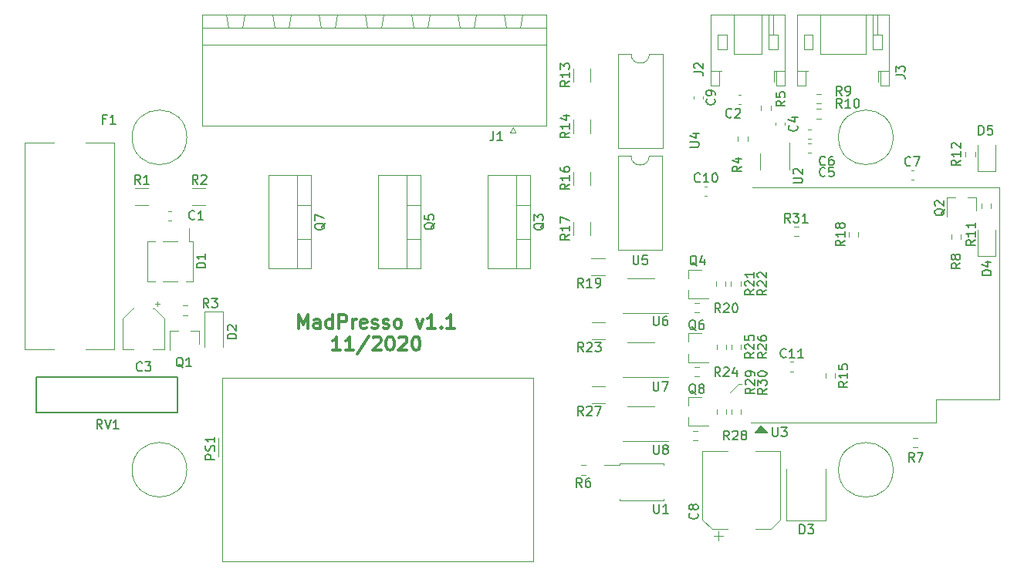
<source format=gbr>
%TF.GenerationSoftware,KiCad,Pcbnew,5.99.0-unknown-r23745-2d001796*%
%TF.CreationDate,2020-11-15T20:41:39+01:00*%
%TF.ProjectId,MadPresso,4d616450-7265-4737-936f-2e6b69636164,rev?*%
%TF.SameCoordinates,PXa8e54e0PY549d608*%
%TF.FileFunction,Legend,Top*%
%TF.FilePolarity,Positive*%
%FSLAX46Y46*%
G04 Gerber Fmt 4.6, Leading zero omitted, Abs format (unit mm)*
G04 Created by KiCad (PCBNEW 5.99.0-unknown-r23745-2d001796) date 2020-11-15 20:41:39*
%MOMM*%
%LPD*%
G01*
G04 APERTURE LIST*
%ADD10C,0.120000*%
%ADD11C,0.300000*%
%ADD12C,0.150000*%
G04 APERTURE END LIST*
D10*
X-98360000Y51155000D02*
X-97980000Y51155000D01*
X-99280000Y50235000D02*
X-98360000Y51155000D01*
D11*
X-146585715Y57253929D02*
X-146585715Y58753929D01*
X-146085715Y57682500D01*
X-145585715Y58753929D01*
X-145585715Y57253929D01*
X-144228572Y57253929D02*
X-144228572Y58039643D01*
X-144300000Y58182500D01*
X-144442858Y58253929D01*
X-144728572Y58253929D01*
X-144871429Y58182500D01*
X-144228572Y57325358D02*
X-144371429Y57253929D01*
X-144728572Y57253929D01*
X-144871429Y57325358D01*
X-144942858Y57468215D01*
X-144942858Y57611072D01*
X-144871429Y57753929D01*
X-144728572Y57825358D01*
X-144371429Y57825358D01*
X-144228572Y57896786D01*
X-142871429Y57253929D02*
X-142871429Y58753929D01*
X-142871429Y57325358D02*
X-143014286Y57253929D01*
X-143300000Y57253929D01*
X-143442858Y57325358D01*
X-143514286Y57396786D01*
X-143585715Y57539643D01*
X-143585715Y57968215D01*
X-143514286Y58111072D01*
X-143442858Y58182500D01*
X-143300000Y58253929D01*
X-143014286Y58253929D01*
X-142871429Y58182500D01*
X-142157143Y57253929D02*
X-142157143Y58753929D01*
X-141585715Y58753929D01*
X-141442858Y58682500D01*
X-141371429Y58611072D01*
X-141300000Y58468215D01*
X-141300000Y58253929D01*
X-141371429Y58111072D01*
X-141442858Y58039643D01*
X-141585715Y57968215D01*
X-142157143Y57968215D01*
X-140657143Y57253929D02*
X-140657143Y58253929D01*
X-140657143Y57968215D02*
X-140585715Y58111072D01*
X-140514286Y58182500D01*
X-140371429Y58253929D01*
X-140228572Y58253929D01*
X-139157143Y57325358D02*
X-139300000Y57253929D01*
X-139585715Y57253929D01*
X-139728572Y57325358D01*
X-139800000Y57468215D01*
X-139800000Y58039643D01*
X-139728572Y58182500D01*
X-139585715Y58253929D01*
X-139300000Y58253929D01*
X-139157143Y58182500D01*
X-139085715Y58039643D01*
X-139085715Y57896786D01*
X-139800000Y57753929D01*
X-138514286Y57325358D02*
X-138371429Y57253929D01*
X-138085715Y57253929D01*
X-137942858Y57325358D01*
X-137871429Y57468215D01*
X-137871429Y57539643D01*
X-137942858Y57682500D01*
X-138085715Y57753929D01*
X-138300000Y57753929D01*
X-138442858Y57825358D01*
X-138514286Y57968215D01*
X-138514286Y58039643D01*
X-138442858Y58182500D01*
X-138300000Y58253929D01*
X-138085715Y58253929D01*
X-137942858Y58182500D01*
X-137300000Y57325358D02*
X-137157143Y57253929D01*
X-136871429Y57253929D01*
X-136728572Y57325358D01*
X-136657143Y57468215D01*
X-136657143Y57539643D01*
X-136728572Y57682500D01*
X-136871429Y57753929D01*
X-137085715Y57753929D01*
X-137228572Y57825358D01*
X-137300000Y57968215D01*
X-137300000Y58039643D01*
X-137228572Y58182500D01*
X-137085715Y58253929D01*
X-136871429Y58253929D01*
X-136728572Y58182500D01*
X-135800000Y57253929D02*
X-135942858Y57325358D01*
X-136014286Y57396786D01*
X-136085715Y57539643D01*
X-136085715Y57968215D01*
X-136014286Y58111072D01*
X-135942858Y58182500D01*
X-135800000Y58253929D01*
X-135585715Y58253929D01*
X-135442858Y58182500D01*
X-135371429Y58111072D01*
X-135300000Y57968215D01*
X-135300000Y57539643D01*
X-135371429Y57396786D01*
X-135442858Y57325358D01*
X-135585715Y57253929D01*
X-135800000Y57253929D01*
X-133657143Y58253929D02*
X-133300000Y57253929D01*
X-132942858Y58253929D01*
X-131585715Y57253929D02*
X-132442858Y57253929D01*
X-132014286Y57253929D02*
X-132014286Y58753929D01*
X-132157143Y58539643D01*
X-132300000Y58396786D01*
X-132442858Y58325358D01*
X-130942858Y57396786D02*
X-130871429Y57325358D01*
X-130942858Y57253929D01*
X-131014286Y57325358D01*
X-130942858Y57396786D01*
X-130942858Y57253929D01*
X-129442858Y57253929D02*
X-130300000Y57253929D01*
X-129871429Y57253929D02*
X-129871429Y58753929D01*
X-130014286Y58539643D01*
X-130157143Y58396786D01*
X-130300000Y58325358D01*
X-141978572Y54838929D02*
X-142835715Y54838929D01*
X-142407143Y54838929D02*
X-142407143Y56338929D01*
X-142550000Y56124643D01*
X-142692858Y55981786D01*
X-142835715Y55910358D01*
X-140550000Y54838929D02*
X-141407143Y54838929D01*
X-140978572Y54838929D02*
X-140978572Y56338929D01*
X-141121429Y56124643D01*
X-141264286Y55981786D01*
X-141407143Y55910358D01*
X-138835715Y56410358D02*
X-140121429Y54481786D01*
X-138407143Y56196072D02*
X-138335715Y56267500D01*
X-138192858Y56338929D01*
X-137835715Y56338929D01*
X-137692858Y56267500D01*
X-137621429Y56196072D01*
X-137550000Y56053215D01*
X-137550000Y55910358D01*
X-137621429Y55696072D01*
X-138478572Y54838929D01*
X-137550000Y54838929D01*
X-136621429Y56338929D02*
X-136478572Y56338929D01*
X-136335715Y56267500D01*
X-136264286Y56196072D01*
X-136192858Y56053215D01*
X-136121429Y55767500D01*
X-136121429Y55410358D01*
X-136192858Y55124643D01*
X-136264286Y54981786D01*
X-136335715Y54910358D01*
X-136478572Y54838929D01*
X-136621429Y54838929D01*
X-136764286Y54910358D01*
X-136835715Y54981786D01*
X-136907143Y55124643D01*
X-136978572Y55410358D01*
X-136978572Y55767500D01*
X-136907143Y56053215D01*
X-136835715Y56196072D01*
X-136764286Y56267500D01*
X-136621429Y56338929D01*
X-135550001Y56196072D02*
X-135478572Y56267500D01*
X-135335715Y56338929D01*
X-134978572Y56338929D01*
X-134835715Y56267500D01*
X-134764286Y56196072D01*
X-134692858Y56053215D01*
X-134692858Y55910358D01*
X-134764286Y55696072D01*
X-135621429Y54838929D01*
X-134692858Y54838929D01*
X-133764286Y56338929D02*
X-133621429Y56338929D01*
X-133478572Y56267500D01*
X-133407143Y56196072D01*
X-133335715Y56053215D01*
X-133264286Y55767500D01*
X-133264286Y55410358D01*
X-133335715Y55124643D01*
X-133407143Y54981786D01*
X-133478572Y54910358D01*
X-133621429Y54838929D01*
X-133764286Y54838929D01*
X-133907143Y54910358D01*
X-133978572Y54981786D01*
X-134050001Y55124643D01*
X-134121429Y55410358D01*
X-134121429Y55767500D01*
X-134050001Y56053215D01*
X-133978572Y56196072D01*
X-133907143Y56267500D01*
X-133764286Y56338929D01*
D12*
%TO.C,C11*%
X-93102858Y54117858D02*
X-93150477Y54070239D01*
X-93293334Y54022620D01*
X-93388572Y54022620D01*
X-93531429Y54070239D01*
X-93626667Y54165477D01*
X-93674286Y54260715D01*
X-93721905Y54451191D01*
X-93721905Y54594048D01*
X-93674286Y54784524D01*
X-93626667Y54879762D01*
X-93531429Y54975000D01*
X-93388572Y55022620D01*
X-93293334Y55022620D01*
X-93150477Y54975000D01*
X-93102858Y54927381D01*
X-92150477Y54022620D02*
X-92721905Y54022620D01*
X-92436191Y54022620D02*
X-92436191Y55022620D01*
X-92531429Y54879762D01*
X-92626667Y54784524D01*
X-92721905Y54736905D01*
X-91198096Y54022620D02*
X-91769524Y54022620D01*
X-91483810Y54022620D02*
X-91483810Y55022620D01*
X-91579048Y54879762D01*
X-91674286Y54784524D01*
X-91769524Y54736905D01*
%TO.C,C10*%
X-102542858Y73397858D02*
X-102590477Y73350239D01*
X-102733334Y73302620D01*
X-102828572Y73302620D01*
X-102971429Y73350239D01*
X-103066667Y73445477D01*
X-103114286Y73540715D01*
X-103161905Y73731191D01*
X-103161905Y73874048D01*
X-103114286Y74064524D01*
X-103066667Y74159762D01*
X-102971429Y74255000D01*
X-102828572Y74302620D01*
X-102733334Y74302620D01*
X-102590477Y74255000D01*
X-102542858Y74207381D01*
X-101590477Y73302620D02*
X-102161905Y73302620D01*
X-101876191Y73302620D02*
X-101876191Y74302620D01*
X-101971429Y74159762D01*
X-102066667Y74064524D01*
X-102161905Y74016905D01*
X-100971429Y74302620D02*
X-100876191Y74302620D01*
X-100780953Y74255000D01*
X-100733334Y74207381D01*
X-100685715Y74112143D01*
X-100638096Y73921667D01*
X-100638096Y73683572D01*
X-100685715Y73493096D01*
X-100733334Y73397858D01*
X-100780953Y73350239D01*
X-100876191Y73302620D01*
X-100971429Y73302620D01*
X-101066667Y73350239D01*
X-101114286Y73397858D01*
X-101161905Y73493096D01*
X-101209524Y73683572D01*
X-101209524Y73921667D01*
X-101161905Y74112143D01*
X-101114286Y74207381D01*
X-101066667Y74255000D01*
X-100971429Y74302620D01*
%TO.C,C9*%
X-100962858Y82433334D02*
X-100915239Y82385715D01*
X-100867620Y82242858D01*
X-100867620Y82147620D01*
X-100915239Y82004762D01*
X-101010477Y81909524D01*
X-101105715Y81861905D01*
X-101296191Y81814286D01*
X-101439048Y81814286D01*
X-101629524Y81861905D01*
X-101724762Y81909524D01*
X-101820000Y82004762D01*
X-101867620Y82147620D01*
X-101867620Y82242858D01*
X-101820000Y82385715D01*
X-101772381Y82433334D01*
X-100867620Y82909524D02*
X-100867620Y83100000D01*
X-100915239Y83195239D01*
X-100962858Y83242858D01*
X-101105715Y83338096D01*
X-101296191Y83385715D01*
X-101677143Y83385715D01*
X-101772381Y83338096D01*
X-101820000Y83290477D01*
X-101867620Y83195239D01*
X-101867620Y83004762D01*
X-101820000Y82909524D01*
X-101772381Y82861905D01*
X-101677143Y82814286D01*
X-101439048Y82814286D01*
X-101343810Y82861905D01*
X-101296191Y82909524D01*
X-101248572Y83004762D01*
X-101248572Y83195239D01*
X-101296191Y83290477D01*
X-101343810Y83338096D01*
X-101439048Y83385715D01*
%TO.C,C7*%
X-79446667Y75187858D02*
X-79494286Y75140239D01*
X-79637143Y75092620D01*
X-79732381Y75092620D01*
X-79875239Y75140239D01*
X-79970477Y75235477D01*
X-80018096Y75330715D01*
X-80065715Y75521191D01*
X-80065715Y75664048D01*
X-80018096Y75854524D01*
X-79970477Y75949762D01*
X-79875239Y76045000D01*
X-79732381Y76092620D01*
X-79637143Y76092620D01*
X-79494286Y76045000D01*
X-79446667Y75997381D01*
X-79113334Y76092620D02*
X-78446667Y76092620D01*
X-78875239Y75092620D01*
%TO.C,C6*%
X-88806667Y75247858D02*
X-88854286Y75200239D01*
X-88997143Y75152620D01*
X-89092381Y75152620D01*
X-89235239Y75200239D01*
X-89330477Y75295477D01*
X-89378096Y75390715D01*
X-89425715Y75581191D01*
X-89425715Y75724048D01*
X-89378096Y75914524D01*
X-89330477Y76009762D01*
X-89235239Y76105000D01*
X-89092381Y76152620D01*
X-88997143Y76152620D01*
X-88854286Y76105000D01*
X-88806667Y76057381D01*
X-87949524Y76152620D02*
X-88140000Y76152620D01*
X-88235239Y76105000D01*
X-88282858Y76057381D01*
X-88378096Y75914524D01*
X-88425715Y75724048D01*
X-88425715Y75343096D01*
X-88378096Y75247858D01*
X-88330477Y75200239D01*
X-88235239Y75152620D01*
X-88044762Y75152620D01*
X-87949524Y75200239D01*
X-87901905Y75247858D01*
X-87854286Y75343096D01*
X-87854286Y75581191D01*
X-87901905Y75676429D01*
X-87949524Y75724048D01*
X-88044762Y75771667D01*
X-88235239Y75771667D01*
X-88330477Y75724048D01*
X-88378096Y75676429D01*
X-88425715Y75581191D01*
%TO.C,C5*%
X-88806667Y74007858D02*
X-88854286Y73960239D01*
X-88997143Y73912620D01*
X-89092381Y73912620D01*
X-89235239Y73960239D01*
X-89330477Y74055477D01*
X-89378096Y74150715D01*
X-89425715Y74341191D01*
X-89425715Y74484048D01*
X-89378096Y74674524D01*
X-89330477Y74769762D01*
X-89235239Y74865000D01*
X-89092381Y74912620D01*
X-88997143Y74912620D01*
X-88854286Y74865000D01*
X-88806667Y74817381D01*
X-87901905Y74912620D02*
X-88378096Y74912620D01*
X-88425715Y74436429D01*
X-88378096Y74484048D01*
X-88282858Y74531667D01*
X-88044762Y74531667D01*
X-87949524Y74484048D01*
X-87901905Y74436429D01*
X-87854286Y74341191D01*
X-87854286Y74103096D01*
X-87901905Y74007858D01*
X-87949524Y73960239D01*
X-88044762Y73912620D01*
X-88282858Y73912620D01*
X-88378096Y73960239D01*
X-88425715Y74007858D01*
%TO.C,C4*%
X-91922858Y79540834D02*
X-91875239Y79493215D01*
X-91827620Y79350358D01*
X-91827620Y79255120D01*
X-91875239Y79112262D01*
X-91970477Y79017024D01*
X-92065715Y78969405D01*
X-92256191Y78921786D01*
X-92399048Y78921786D01*
X-92589524Y78969405D01*
X-92684762Y79017024D01*
X-92780000Y79112262D01*
X-92827620Y79255120D01*
X-92827620Y79350358D01*
X-92780000Y79493215D01*
X-92732381Y79540834D01*
X-92494286Y80397977D02*
X-91827620Y80397977D01*
X-92875239Y80159881D02*
X-92160953Y79921786D01*
X-92160953Y80540834D01*
%TO.C,C2*%
X-99076667Y80487858D02*
X-99124286Y80440239D01*
X-99267143Y80392620D01*
X-99362381Y80392620D01*
X-99505239Y80440239D01*
X-99600477Y80535477D01*
X-99648096Y80630715D01*
X-99695715Y80821191D01*
X-99695715Y80964048D01*
X-99648096Y81154524D01*
X-99600477Y81249762D01*
X-99505239Y81345000D01*
X-99362381Y81392620D01*
X-99267143Y81392620D01*
X-99124286Y81345000D01*
X-99076667Y81297381D01*
X-98695715Y81297381D02*
X-98648096Y81345000D01*
X-98552858Y81392620D01*
X-98314762Y81392620D01*
X-98219524Y81345000D01*
X-98171905Y81297381D01*
X-98124286Y81202143D01*
X-98124286Y81106905D01*
X-98171905Y80964048D01*
X-98743334Y80392620D01*
X-98124286Y80392620D01*
%TO.C,C1*%
X-157996667Y69267858D02*
X-158044286Y69220239D01*
X-158187143Y69172620D01*
X-158282381Y69172620D01*
X-158425239Y69220239D01*
X-158520477Y69315477D01*
X-158568096Y69410715D01*
X-158615715Y69601191D01*
X-158615715Y69744048D01*
X-158568096Y69934524D01*
X-158520477Y70029762D01*
X-158425239Y70125000D01*
X-158282381Y70172620D01*
X-158187143Y70172620D01*
X-158044286Y70125000D01*
X-157996667Y70077381D01*
X-157044286Y69172620D02*
X-157615715Y69172620D01*
X-157330000Y69172620D02*
X-157330000Y70172620D01*
X-157425239Y70029762D01*
X-157520477Y69934524D01*
X-157615715Y69886905D01*
%TO.C,U3*%
X-94586905Y46397620D02*
X-94586905Y45588096D01*
X-94539286Y45492858D01*
X-94491667Y45445239D01*
X-94396429Y45397620D01*
X-94205953Y45397620D01*
X-94110715Y45445239D01*
X-94063096Y45492858D01*
X-94015477Y45588096D01*
X-94015477Y46397620D01*
X-93634524Y46397620D02*
X-93015477Y46397620D01*
X-93348810Y46016667D01*
X-93205953Y46016667D01*
X-93110715Y45969048D01*
X-93063096Y45921429D01*
X-93015477Y45826191D01*
X-93015477Y45588096D01*
X-93063096Y45492858D01*
X-93110715Y45445239D01*
X-93205953Y45397620D01*
X-93491667Y45397620D01*
X-93586905Y45445239D01*
X-93634524Y45492858D01*
%TO.C,R31*%
X-92632858Y68872620D02*
X-92966191Y69348810D01*
X-93204286Y68872620D02*
X-93204286Y69872620D01*
X-92823334Y69872620D01*
X-92728096Y69825000D01*
X-92680477Y69777381D01*
X-92632858Y69682143D01*
X-92632858Y69539286D01*
X-92680477Y69444048D01*
X-92728096Y69396429D01*
X-92823334Y69348810D01*
X-93204286Y69348810D01*
X-92299524Y69872620D02*
X-91680477Y69872620D01*
X-92013810Y69491667D01*
X-91870953Y69491667D01*
X-91775715Y69444048D01*
X-91728096Y69396429D01*
X-91680477Y69301191D01*
X-91680477Y69063096D01*
X-91728096Y68967858D01*
X-91775715Y68920239D01*
X-91870953Y68872620D01*
X-92156667Y68872620D01*
X-92251905Y68920239D01*
X-92299524Y68967858D01*
X-90728096Y68872620D02*
X-91299524Y68872620D01*
X-91013810Y68872620D02*
X-91013810Y69872620D01*
X-91109048Y69729762D01*
X-91204286Y69634524D01*
X-91299524Y69586905D01*
%TO.C,R30*%
X-95227620Y50642143D02*
X-95703810Y50308810D01*
X-95227620Y50070715D02*
X-96227620Y50070715D01*
X-96227620Y50451667D01*
X-96180000Y50546905D01*
X-96132381Y50594524D01*
X-96037143Y50642143D01*
X-95894286Y50642143D01*
X-95799048Y50594524D01*
X-95751429Y50546905D01*
X-95703810Y50451667D01*
X-95703810Y50070715D01*
X-96227620Y50975477D02*
X-96227620Y51594524D01*
X-95846667Y51261191D01*
X-95846667Y51404048D01*
X-95799048Y51499286D01*
X-95751429Y51546905D01*
X-95656191Y51594524D01*
X-95418096Y51594524D01*
X-95322858Y51546905D01*
X-95275239Y51499286D01*
X-95227620Y51404048D01*
X-95227620Y51118334D01*
X-95275239Y51023096D01*
X-95322858Y50975477D01*
X-96227620Y52213572D02*
X-96227620Y52308810D01*
X-96180000Y52404048D01*
X-96132381Y52451667D01*
X-96037143Y52499286D01*
X-95846667Y52546905D01*
X-95608572Y52546905D01*
X-95418096Y52499286D01*
X-95322858Y52451667D01*
X-95275239Y52404048D01*
X-95227620Y52308810D01*
X-95227620Y52213572D01*
X-95275239Y52118334D01*
X-95322858Y52070715D01*
X-95418096Y52023096D01*
X-95608572Y51975477D01*
X-95846667Y51975477D01*
X-96037143Y52023096D01*
X-96132381Y52070715D01*
X-96180000Y52118334D01*
X-96227620Y52213572D01*
%TO.C,R29*%
X-96567620Y50672143D02*
X-97043810Y50338810D01*
X-96567620Y50100715D02*
X-97567620Y50100715D01*
X-97567620Y50481667D01*
X-97520000Y50576905D01*
X-97472381Y50624524D01*
X-97377143Y50672143D01*
X-97234286Y50672143D01*
X-97139048Y50624524D01*
X-97091429Y50576905D01*
X-97043810Y50481667D01*
X-97043810Y50100715D01*
X-97472381Y51053096D02*
X-97520000Y51100715D01*
X-97567620Y51195953D01*
X-97567620Y51434048D01*
X-97520000Y51529286D01*
X-97472381Y51576905D01*
X-97377143Y51624524D01*
X-97281905Y51624524D01*
X-97139048Y51576905D01*
X-96567620Y51005477D01*
X-96567620Y51624524D01*
X-96567620Y52100715D02*
X-96567620Y52291191D01*
X-96615239Y52386429D01*
X-96662858Y52434048D01*
X-96805715Y52529286D01*
X-96996191Y52576905D01*
X-97377143Y52576905D01*
X-97472381Y52529286D01*
X-97520000Y52481667D01*
X-97567620Y52386429D01*
X-97567620Y52195953D01*
X-97520000Y52100715D01*
X-97472381Y52053096D01*
X-97377143Y52005477D01*
X-97139048Y52005477D01*
X-97043810Y52053096D01*
X-96996191Y52100715D01*
X-96948572Y52195953D01*
X-96948572Y52386429D01*
X-96996191Y52481667D01*
X-97043810Y52529286D01*
X-97139048Y52576905D01*
%TO.C,R28*%
X-99342858Y45012620D02*
X-99676191Y45488810D01*
X-99914286Y45012620D02*
X-99914286Y46012620D01*
X-99533334Y46012620D01*
X-99438096Y45965000D01*
X-99390477Y45917381D01*
X-99342858Y45822143D01*
X-99342858Y45679286D01*
X-99390477Y45584048D01*
X-99438096Y45536429D01*
X-99533334Y45488810D01*
X-99914286Y45488810D01*
X-98961905Y45917381D02*
X-98914286Y45965000D01*
X-98819048Y46012620D01*
X-98580953Y46012620D01*
X-98485715Y45965000D01*
X-98438096Y45917381D01*
X-98390477Y45822143D01*
X-98390477Y45726905D01*
X-98438096Y45584048D01*
X-99009524Y45012620D01*
X-98390477Y45012620D01*
X-97819048Y45584048D02*
X-97914286Y45631667D01*
X-97961905Y45679286D01*
X-98009524Y45774524D01*
X-98009524Y45822143D01*
X-97961905Y45917381D01*
X-97914286Y45965000D01*
X-97819048Y46012620D01*
X-97628572Y46012620D01*
X-97533334Y45965000D01*
X-97485715Y45917381D01*
X-97438096Y45822143D01*
X-97438096Y45774524D01*
X-97485715Y45679286D01*
X-97533334Y45631667D01*
X-97628572Y45584048D01*
X-97819048Y45584048D01*
X-97914286Y45536429D01*
X-97961905Y45488810D01*
X-98009524Y45393572D01*
X-98009524Y45203096D01*
X-97961905Y45107858D01*
X-97914286Y45060239D01*
X-97819048Y45012620D01*
X-97628572Y45012620D01*
X-97533334Y45060239D01*
X-97485715Y45107858D01*
X-97438096Y45203096D01*
X-97438096Y45393572D01*
X-97485715Y45488810D01*
X-97533334Y45536429D01*
X-97628572Y45584048D01*
%TO.C,R27*%
X-115342858Y47702620D02*
X-115676191Y48178810D01*
X-115914286Y47702620D02*
X-115914286Y48702620D01*
X-115533334Y48702620D01*
X-115438096Y48655000D01*
X-115390477Y48607381D01*
X-115342858Y48512143D01*
X-115342858Y48369286D01*
X-115390477Y48274048D01*
X-115438096Y48226429D01*
X-115533334Y48178810D01*
X-115914286Y48178810D01*
X-114961905Y48607381D02*
X-114914286Y48655000D01*
X-114819048Y48702620D01*
X-114580953Y48702620D01*
X-114485715Y48655000D01*
X-114438096Y48607381D01*
X-114390477Y48512143D01*
X-114390477Y48416905D01*
X-114438096Y48274048D01*
X-115009524Y47702620D01*
X-114390477Y47702620D01*
X-114057143Y48702620D02*
X-113390477Y48702620D01*
X-113819048Y47702620D01*
%TO.C,R26*%
X-95237620Y54572143D02*
X-95713810Y54238810D01*
X-95237620Y54000715D02*
X-96237620Y54000715D01*
X-96237620Y54381667D01*
X-96190000Y54476905D01*
X-96142381Y54524524D01*
X-96047143Y54572143D01*
X-95904286Y54572143D01*
X-95809048Y54524524D01*
X-95761429Y54476905D01*
X-95713810Y54381667D01*
X-95713810Y54000715D01*
X-96142381Y54953096D02*
X-96190000Y55000715D01*
X-96237620Y55095953D01*
X-96237620Y55334048D01*
X-96190000Y55429286D01*
X-96142381Y55476905D01*
X-96047143Y55524524D01*
X-95951905Y55524524D01*
X-95809048Y55476905D01*
X-95237620Y54905477D01*
X-95237620Y55524524D01*
X-96237620Y56381667D02*
X-96237620Y56191191D01*
X-96190000Y56095953D01*
X-96142381Y56048334D01*
X-95999524Y55953096D01*
X-95809048Y55905477D01*
X-95428096Y55905477D01*
X-95332858Y55953096D01*
X-95285239Y56000715D01*
X-95237620Y56095953D01*
X-95237620Y56286429D01*
X-95285239Y56381667D01*
X-95332858Y56429286D01*
X-95428096Y56476905D01*
X-95666191Y56476905D01*
X-95761429Y56429286D01*
X-95809048Y56381667D01*
X-95856667Y56286429D01*
X-95856667Y56095953D01*
X-95809048Y56000715D01*
X-95761429Y55953096D01*
X-95666191Y55905477D01*
%TO.C,R25*%
X-96607620Y54592143D02*
X-97083810Y54258810D01*
X-96607620Y54020715D02*
X-97607620Y54020715D01*
X-97607620Y54401667D01*
X-97560000Y54496905D01*
X-97512381Y54544524D01*
X-97417143Y54592143D01*
X-97274286Y54592143D01*
X-97179048Y54544524D01*
X-97131429Y54496905D01*
X-97083810Y54401667D01*
X-97083810Y54020715D01*
X-97512381Y54973096D02*
X-97560000Y55020715D01*
X-97607620Y55115953D01*
X-97607620Y55354048D01*
X-97560000Y55449286D01*
X-97512381Y55496905D01*
X-97417143Y55544524D01*
X-97321905Y55544524D01*
X-97179048Y55496905D01*
X-96607620Y54925477D01*
X-96607620Y55544524D01*
X-97607620Y56449286D02*
X-97607620Y55973096D01*
X-97131429Y55925477D01*
X-97179048Y55973096D01*
X-97226667Y56068334D01*
X-97226667Y56306429D01*
X-97179048Y56401667D01*
X-97131429Y56449286D01*
X-97036191Y56496905D01*
X-96798096Y56496905D01*
X-96702858Y56449286D01*
X-96655239Y56401667D01*
X-96607620Y56306429D01*
X-96607620Y56068334D01*
X-96655239Y55973096D01*
X-96702858Y55925477D01*
%TO.C,R24*%
X-100322858Y51972620D02*
X-100656191Y52448810D01*
X-100894286Y51972620D02*
X-100894286Y52972620D01*
X-100513334Y52972620D01*
X-100418096Y52925000D01*
X-100370477Y52877381D01*
X-100322858Y52782143D01*
X-100322858Y52639286D01*
X-100370477Y52544048D01*
X-100418096Y52496429D01*
X-100513334Y52448810D01*
X-100894286Y52448810D01*
X-99941905Y52877381D02*
X-99894286Y52925000D01*
X-99799048Y52972620D01*
X-99560953Y52972620D01*
X-99465715Y52925000D01*
X-99418096Y52877381D01*
X-99370477Y52782143D01*
X-99370477Y52686905D01*
X-99418096Y52544048D01*
X-99989524Y51972620D01*
X-99370477Y51972620D01*
X-98513334Y52639286D02*
X-98513334Y51972620D01*
X-98751429Y53020239D02*
X-98989524Y52305953D01*
X-98370477Y52305953D01*
%TO.C,R23*%
X-115322858Y54702620D02*
X-115656191Y55178810D01*
X-115894286Y54702620D02*
X-115894286Y55702620D01*
X-115513334Y55702620D01*
X-115418096Y55655000D01*
X-115370477Y55607381D01*
X-115322858Y55512143D01*
X-115322858Y55369286D01*
X-115370477Y55274048D01*
X-115418096Y55226429D01*
X-115513334Y55178810D01*
X-115894286Y55178810D01*
X-114941905Y55607381D02*
X-114894286Y55655000D01*
X-114799048Y55702620D01*
X-114560953Y55702620D01*
X-114465715Y55655000D01*
X-114418096Y55607381D01*
X-114370477Y55512143D01*
X-114370477Y55416905D01*
X-114418096Y55274048D01*
X-114989524Y54702620D01*
X-114370477Y54702620D01*
X-114037143Y55702620D02*
X-113418096Y55702620D01*
X-113751429Y55321667D01*
X-113608572Y55321667D01*
X-113513334Y55274048D01*
X-113465715Y55226429D01*
X-113418096Y55131191D01*
X-113418096Y54893096D01*
X-113465715Y54797858D01*
X-113513334Y54750239D01*
X-113608572Y54702620D01*
X-113894286Y54702620D01*
X-113989524Y54750239D01*
X-114037143Y54797858D01*
%TO.C,R22*%
X-95247620Y61507143D02*
X-95723810Y61173810D01*
X-95247620Y60935715D02*
X-96247620Y60935715D01*
X-96247620Y61316667D01*
X-96200000Y61411905D01*
X-96152381Y61459524D01*
X-96057143Y61507143D01*
X-95914286Y61507143D01*
X-95819048Y61459524D01*
X-95771429Y61411905D01*
X-95723810Y61316667D01*
X-95723810Y60935715D01*
X-96152381Y61888096D02*
X-96200000Y61935715D01*
X-96247620Y62030953D01*
X-96247620Y62269048D01*
X-96200000Y62364286D01*
X-96152381Y62411905D01*
X-96057143Y62459524D01*
X-95961905Y62459524D01*
X-95819048Y62411905D01*
X-95247620Y61840477D01*
X-95247620Y62459524D01*
X-96152381Y62840477D02*
X-96200000Y62888096D01*
X-96247620Y62983334D01*
X-96247620Y63221429D01*
X-96200000Y63316667D01*
X-96152381Y63364286D01*
X-96057143Y63411905D01*
X-95961905Y63411905D01*
X-95819048Y63364286D01*
X-95247620Y62792858D01*
X-95247620Y63411905D01*
%TO.C,R21*%
X-96607620Y61522143D02*
X-97083810Y61188810D01*
X-96607620Y60950715D02*
X-97607620Y60950715D01*
X-97607620Y61331667D01*
X-97560000Y61426905D01*
X-97512381Y61474524D01*
X-97417143Y61522143D01*
X-97274286Y61522143D01*
X-97179048Y61474524D01*
X-97131429Y61426905D01*
X-97083810Y61331667D01*
X-97083810Y60950715D01*
X-97512381Y61903096D02*
X-97560000Y61950715D01*
X-97607620Y62045953D01*
X-97607620Y62284048D01*
X-97560000Y62379286D01*
X-97512381Y62426905D01*
X-97417143Y62474524D01*
X-97321905Y62474524D01*
X-97179048Y62426905D01*
X-96607620Y61855477D01*
X-96607620Y62474524D01*
X-96607620Y63426905D02*
X-96607620Y62855477D01*
X-96607620Y63141191D02*
X-97607620Y63141191D01*
X-97464762Y63045953D01*
X-97369524Y62950715D01*
X-97321905Y62855477D01*
%TO.C,R20*%
X-100312858Y58992620D02*
X-100646191Y59468810D01*
X-100884286Y58992620D02*
X-100884286Y59992620D01*
X-100503334Y59992620D01*
X-100408096Y59945000D01*
X-100360477Y59897381D01*
X-100312858Y59802143D01*
X-100312858Y59659286D01*
X-100360477Y59564048D01*
X-100408096Y59516429D01*
X-100503334Y59468810D01*
X-100884286Y59468810D01*
X-99931905Y59897381D02*
X-99884286Y59945000D01*
X-99789048Y59992620D01*
X-99550953Y59992620D01*
X-99455715Y59945000D01*
X-99408096Y59897381D01*
X-99360477Y59802143D01*
X-99360477Y59706905D01*
X-99408096Y59564048D01*
X-99979524Y58992620D01*
X-99360477Y58992620D01*
X-98741429Y59992620D02*
X-98646191Y59992620D01*
X-98550953Y59945000D01*
X-98503334Y59897381D01*
X-98455715Y59802143D01*
X-98408096Y59611667D01*
X-98408096Y59373572D01*
X-98455715Y59183096D01*
X-98503334Y59087858D01*
X-98550953Y59040239D01*
X-98646191Y58992620D01*
X-98741429Y58992620D01*
X-98836667Y59040239D01*
X-98884286Y59087858D01*
X-98931905Y59183096D01*
X-98979524Y59373572D01*
X-98979524Y59611667D01*
X-98931905Y59802143D01*
X-98884286Y59897381D01*
X-98836667Y59945000D01*
X-98741429Y59992620D01*
%TO.C,R19*%
X-115352858Y61762620D02*
X-115686191Y62238810D01*
X-115924286Y61762620D02*
X-115924286Y62762620D01*
X-115543334Y62762620D01*
X-115448096Y62715000D01*
X-115400477Y62667381D01*
X-115352858Y62572143D01*
X-115352858Y62429286D01*
X-115400477Y62334048D01*
X-115448096Y62286429D01*
X-115543334Y62238810D01*
X-115924286Y62238810D01*
X-114400477Y61762620D02*
X-114971905Y61762620D01*
X-114686191Y61762620D02*
X-114686191Y62762620D01*
X-114781429Y62619762D01*
X-114876667Y62524524D01*
X-114971905Y62476905D01*
X-113924286Y61762620D02*
X-113733810Y61762620D01*
X-113638572Y61810239D01*
X-113590953Y61857858D01*
X-113495715Y62000715D01*
X-113448096Y62191191D01*
X-113448096Y62572143D01*
X-113495715Y62667381D01*
X-113543334Y62715000D01*
X-113638572Y62762620D01*
X-113829048Y62762620D01*
X-113924286Y62715000D01*
X-113971905Y62667381D01*
X-114019524Y62572143D01*
X-114019524Y62334048D01*
X-113971905Y62238810D01*
X-113924286Y62191191D01*
X-113829048Y62143572D01*
X-113638572Y62143572D01*
X-113543334Y62191191D01*
X-113495715Y62238810D01*
X-113448096Y62334048D01*
%TO.C,R18*%
X-86677620Y66924643D02*
X-87153810Y66591310D01*
X-86677620Y66353215D02*
X-87677620Y66353215D01*
X-87677620Y66734167D01*
X-87630000Y66829405D01*
X-87582381Y66877024D01*
X-87487143Y66924643D01*
X-87344286Y66924643D01*
X-87249048Y66877024D01*
X-87201429Y66829405D01*
X-87153810Y66734167D01*
X-87153810Y66353215D01*
X-86677620Y67877024D02*
X-86677620Y67305596D01*
X-86677620Y67591310D02*
X-87677620Y67591310D01*
X-87534762Y67496072D01*
X-87439524Y67400834D01*
X-87391905Y67305596D01*
X-87249048Y68448453D02*
X-87296667Y68353215D01*
X-87344286Y68305596D01*
X-87439524Y68257977D01*
X-87487143Y68257977D01*
X-87582381Y68305596D01*
X-87630000Y68353215D01*
X-87677620Y68448453D01*
X-87677620Y68638929D01*
X-87630000Y68734167D01*
X-87582381Y68781786D01*
X-87487143Y68829405D01*
X-87439524Y68829405D01*
X-87344286Y68781786D01*
X-87296667Y68734167D01*
X-87249048Y68638929D01*
X-87249048Y68448453D01*
X-87201429Y68353215D01*
X-87153810Y68305596D01*
X-87058572Y68257977D01*
X-86868096Y68257977D01*
X-86772858Y68305596D01*
X-86725239Y68353215D01*
X-86677620Y68448453D01*
X-86677620Y68638929D01*
X-86725239Y68734167D01*
X-86772858Y68781786D01*
X-86868096Y68829405D01*
X-87058572Y68829405D01*
X-87153810Y68781786D01*
X-87201429Y68734167D01*
X-87249048Y68638929D01*
%TO.C,R17*%
X-116867620Y67582143D02*
X-117343810Y67248810D01*
X-116867620Y67010715D02*
X-117867620Y67010715D01*
X-117867620Y67391667D01*
X-117820000Y67486905D01*
X-117772381Y67534524D01*
X-117677143Y67582143D01*
X-117534286Y67582143D01*
X-117439048Y67534524D01*
X-117391429Y67486905D01*
X-117343810Y67391667D01*
X-117343810Y67010715D01*
X-116867620Y68534524D02*
X-116867620Y67963096D01*
X-116867620Y68248810D02*
X-117867620Y68248810D01*
X-117724762Y68153572D01*
X-117629524Y68058334D01*
X-117581905Y67963096D01*
X-117867620Y68867858D02*
X-117867620Y69534524D01*
X-116867620Y69105953D01*
%TO.C,R16*%
X-116867620Y73094643D02*
X-117343810Y72761310D01*
X-116867620Y72523215D02*
X-117867620Y72523215D01*
X-117867620Y72904167D01*
X-117820000Y72999405D01*
X-117772381Y73047024D01*
X-117677143Y73094643D01*
X-117534286Y73094643D01*
X-117439048Y73047024D01*
X-117391429Y72999405D01*
X-117343810Y72904167D01*
X-117343810Y72523215D01*
X-116867620Y74047024D02*
X-116867620Y73475596D01*
X-116867620Y73761310D02*
X-117867620Y73761310D01*
X-117724762Y73666072D01*
X-117629524Y73570834D01*
X-117581905Y73475596D01*
X-117867620Y74904167D02*
X-117867620Y74713691D01*
X-117820000Y74618453D01*
X-117772381Y74570834D01*
X-117629524Y74475596D01*
X-117439048Y74427977D01*
X-117058096Y74427977D01*
X-116962858Y74475596D01*
X-116915239Y74523215D01*
X-116867620Y74618453D01*
X-116867620Y74808929D01*
X-116915239Y74904167D01*
X-116962858Y74951786D01*
X-117058096Y74999405D01*
X-117296191Y74999405D01*
X-117391429Y74951786D01*
X-117439048Y74904167D01*
X-117486667Y74808929D01*
X-117486667Y74618453D01*
X-117439048Y74523215D01*
X-117391429Y74475596D01*
X-117296191Y74427977D01*
%TO.C,R15*%
X-86347620Y51409643D02*
X-86823810Y51076310D01*
X-86347620Y50838215D02*
X-87347620Y50838215D01*
X-87347620Y51219167D01*
X-87300000Y51314405D01*
X-87252381Y51362024D01*
X-87157143Y51409643D01*
X-87014286Y51409643D01*
X-86919048Y51362024D01*
X-86871429Y51314405D01*
X-86823810Y51219167D01*
X-86823810Y50838215D01*
X-86347620Y52362024D02*
X-86347620Y51790596D01*
X-86347620Y52076310D02*
X-87347620Y52076310D01*
X-87204762Y51981072D01*
X-87109524Y51885834D01*
X-87061905Y51790596D01*
X-87347620Y53266786D02*
X-87347620Y52790596D01*
X-86871429Y52742977D01*
X-86919048Y52790596D01*
X-86966667Y52885834D01*
X-86966667Y53123929D01*
X-86919048Y53219167D01*
X-86871429Y53266786D01*
X-86776191Y53314405D01*
X-86538096Y53314405D01*
X-86442858Y53266786D01*
X-86395239Y53219167D01*
X-86347620Y53123929D01*
X-86347620Y52885834D01*
X-86395239Y52790596D01*
X-86442858Y52742977D01*
%TO.C,R14*%
X-116867620Y78782143D02*
X-117343810Y78448810D01*
X-116867620Y78210715D02*
X-117867620Y78210715D01*
X-117867620Y78591667D01*
X-117820000Y78686905D01*
X-117772381Y78734524D01*
X-117677143Y78782143D01*
X-117534286Y78782143D01*
X-117439048Y78734524D01*
X-117391429Y78686905D01*
X-117343810Y78591667D01*
X-117343810Y78210715D01*
X-116867620Y79734524D02*
X-116867620Y79163096D01*
X-116867620Y79448810D02*
X-117867620Y79448810D01*
X-117724762Y79353572D01*
X-117629524Y79258334D01*
X-117581905Y79163096D01*
X-117534286Y80591667D02*
X-116867620Y80591667D01*
X-117915239Y80353572D02*
X-117200953Y80115477D01*
X-117200953Y80734524D01*
%TO.C,R13*%
X-116867620Y84432143D02*
X-117343810Y84098810D01*
X-116867620Y83860715D02*
X-117867620Y83860715D01*
X-117867620Y84241667D01*
X-117820000Y84336905D01*
X-117772381Y84384524D01*
X-117677143Y84432143D01*
X-117534286Y84432143D01*
X-117439048Y84384524D01*
X-117391429Y84336905D01*
X-117343810Y84241667D01*
X-117343810Y83860715D01*
X-116867620Y85384524D02*
X-116867620Y84813096D01*
X-116867620Y85098810D02*
X-117867620Y85098810D01*
X-117724762Y85003572D01*
X-117629524Y84908334D01*
X-117581905Y84813096D01*
X-117867620Y85717858D02*
X-117867620Y86336905D01*
X-117486667Y86003572D01*
X-117486667Y86146429D01*
X-117439048Y86241667D01*
X-117391429Y86289286D01*
X-117296191Y86336905D01*
X-117058096Y86336905D01*
X-116962858Y86289286D01*
X-116915239Y86241667D01*
X-116867620Y86146429D01*
X-116867620Y85860715D01*
X-116915239Y85765477D01*
X-116962858Y85717858D01*
%TO.C,R12*%
X-73967620Y75722143D02*
X-74443810Y75388810D01*
X-73967620Y75150715D02*
X-74967620Y75150715D01*
X-74967620Y75531667D01*
X-74920000Y75626905D01*
X-74872381Y75674524D01*
X-74777143Y75722143D01*
X-74634286Y75722143D01*
X-74539048Y75674524D01*
X-74491429Y75626905D01*
X-74443810Y75531667D01*
X-74443810Y75150715D01*
X-73967620Y76674524D02*
X-73967620Y76103096D01*
X-73967620Y76388810D02*
X-74967620Y76388810D01*
X-74824762Y76293572D01*
X-74729524Y76198334D01*
X-74681905Y76103096D01*
X-74872381Y77055477D02*
X-74920000Y77103096D01*
X-74967620Y77198334D01*
X-74967620Y77436429D01*
X-74920000Y77531667D01*
X-74872381Y77579286D01*
X-74777143Y77626905D01*
X-74681905Y77626905D01*
X-74539048Y77579286D01*
X-73967620Y77007858D01*
X-73967620Y77626905D01*
%TO.C,R11*%
X-72337620Y66972143D02*
X-72813810Y66638810D01*
X-72337620Y66400715D02*
X-73337620Y66400715D01*
X-73337620Y66781667D01*
X-73290000Y66876905D01*
X-73242381Y66924524D01*
X-73147143Y66972143D01*
X-73004286Y66972143D01*
X-72909048Y66924524D01*
X-72861429Y66876905D01*
X-72813810Y66781667D01*
X-72813810Y66400715D01*
X-72337620Y67924524D02*
X-72337620Y67353096D01*
X-72337620Y67638810D02*
X-73337620Y67638810D01*
X-73194762Y67543572D01*
X-73099524Y67448334D01*
X-73051905Y67353096D01*
X-72337620Y68876905D02*
X-72337620Y68305477D01*
X-72337620Y68591191D02*
X-73337620Y68591191D01*
X-73194762Y68495953D01*
X-73099524Y68400715D01*
X-73051905Y68305477D01*
%TO.C,R10*%
X-86992858Y81462620D02*
X-87326191Y81938810D01*
X-87564286Y81462620D02*
X-87564286Y82462620D01*
X-87183334Y82462620D01*
X-87088096Y82415000D01*
X-87040477Y82367381D01*
X-86992858Y82272143D01*
X-86992858Y82129286D01*
X-87040477Y82034048D01*
X-87088096Y81986429D01*
X-87183334Y81938810D01*
X-87564286Y81938810D01*
X-86040477Y81462620D02*
X-86611905Y81462620D01*
X-86326191Y81462620D02*
X-86326191Y82462620D01*
X-86421429Y82319762D01*
X-86516667Y82224524D01*
X-86611905Y82176905D01*
X-85421429Y82462620D02*
X-85326191Y82462620D01*
X-85230953Y82415000D01*
X-85183334Y82367381D01*
X-85135715Y82272143D01*
X-85088096Y82081667D01*
X-85088096Y81843572D01*
X-85135715Y81653096D01*
X-85183334Y81557858D01*
X-85230953Y81510239D01*
X-85326191Y81462620D01*
X-85421429Y81462620D01*
X-85516667Y81510239D01*
X-85564286Y81557858D01*
X-85611905Y81653096D01*
X-85659524Y81843572D01*
X-85659524Y82081667D01*
X-85611905Y82272143D01*
X-85564286Y82367381D01*
X-85516667Y82415000D01*
X-85421429Y82462620D01*
%TO.C,R9*%
X-86976667Y82842620D02*
X-87310000Y83318810D01*
X-87548096Y82842620D02*
X-87548096Y83842620D01*
X-87167143Y83842620D01*
X-87071905Y83795000D01*
X-87024286Y83747381D01*
X-86976667Y83652143D01*
X-86976667Y83509286D01*
X-87024286Y83414048D01*
X-87071905Y83366429D01*
X-87167143Y83318810D01*
X-87548096Y83318810D01*
X-86500477Y82842620D02*
X-86310000Y82842620D01*
X-86214762Y82890239D01*
X-86167143Y82937858D01*
X-86071905Y83080715D01*
X-86024286Y83271191D01*
X-86024286Y83652143D01*
X-86071905Y83747381D01*
X-86119524Y83795000D01*
X-86214762Y83842620D01*
X-86405239Y83842620D01*
X-86500477Y83795000D01*
X-86548096Y83747381D01*
X-86595715Y83652143D01*
X-86595715Y83414048D01*
X-86548096Y83318810D01*
X-86500477Y83271191D01*
X-86405239Y83223572D01*
X-86214762Y83223572D01*
X-86119524Y83271191D01*
X-86071905Y83318810D01*
X-86024286Y83414048D01*
%TO.C,R8*%
X-73987620Y64418334D02*
X-74463810Y64085000D01*
X-73987620Y63846905D02*
X-74987620Y63846905D01*
X-74987620Y64227858D01*
X-74940000Y64323096D01*
X-74892381Y64370715D01*
X-74797143Y64418334D01*
X-74654286Y64418334D01*
X-74559048Y64370715D01*
X-74511429Y64323096D01*
X-74463810Y64227858D01*
X-74463810Y63846905D01*
X-74559048Y64989762D02*
X-74606667Y64894524D01*
X-74654286Y64846905D01*
X-74749524Y64799286D01*
X-74797143Y64799286D01*
X-74892381Y64846905D01*
X-74940000Y64894524D01*
X-74987620Y64989762D01*
X-74987620Y65180239D01*
X-74940000Y65275477D01*
X-74892381Y65323096D01*
X-74797143Y65370715D01*
X-74749524Y65370715D01*
X-74654286Y65323096D01*
X-74606667Y65275477D01*
X-74559048Y65180239D01*
X-74559048Y64989762D01*
X-74511429Y64894524D01*
X-74463810Y64846905D01*
X-74368572Y64799286D01*
X-74178096Y64799286D01*
X-74082858Y64846905D01*
X-74035239Y64894524D01*
X-73987620Y64989762D01*
X-73987620Y65180239D01*
X-74035239Y65275477D01*
X-74082858Y65323096D01*
X-74178096Y65370715D01*
X-74368572Y65370715D01*
X-74463810Y65323096D01*
X-74511429Y65275477D01*
X-74559048Y65180239D01*
%TO.C,R7*%
X-79046667Y42592620D02*
X-79380000Y43068810D01*
X-79618096Y42592620D02*
X-79618096Y43592620D01*
X-79237143Y43592620D01*
X-79141905Y43545000D01*
X-79094286Y43497381D01*
X-79046667Y43402143D01*
X-79046667Y43259286D01*
X-79094286Y43164048D01*
X-79141905Y43116429D01*
X-79237143Y43068810D01*
X-79618096Y43068810D01*
X-78713334Y43592620D02*
X-78046667Y43592620D01*
X-78475239Y42592620D01*
%TO.C,R6*%
X-115496667Y39812620D02*
X-115830000Y40288810D01*
X-116068096Y39812620D02*
X-116068096Y40812620D01*
X-115687143Y40812620D01*
X-115591905Y40765000D01*
X-115544286Y40717381D01*
X-115496667Y40622143D01*
X-115496667Y40479286D01*
X-115544286Y40384048D01*
X-115591905Y40336429D01*
X-115687143Y40288810D01*
X-116068096Y40288810D01*
X-114639524Y40812620D02*
X-114830000Y40812620D01*
X-114925239Y40765000D01*
X-114972858Y40717381D01*
X-115068096Y40574524D01*
X-115115715Y40384048D01*
X-115115715Y40003096D01*
X-115068096Y39907858D01*
X-115020477Y39860239D01*
X-114925239Y39812620D01*
X-114734762Y39812620D01*
X-114639524Y39860239D01*
X-114591905Y39907858D01*
X-114544286Y40003096D01*
X-114544286Y40241191D01*
X-114591905Y40336429D01*
X-114639524Y40384048D01*
X-114734762Y40431667D01*
X-114925239Y40431667D01*
X-115020477Y40384048D01*
X-115068096Y40336429D01*
X-115115715Y40241191D01*
%TO.C,R5*%
X-93207620Y82248334D02*
X-93683810Y81915000D01*
X-93207620Y81676905D02*
X-94207620Y81676905D01*
X-94207620Y82057858D01*
X-94160000Y82153096D01*
X-94112381Y82200715D01*
X-94017143Y82248334D01*
X-93874286Y82248334D01*
X-93779048Y82200715D01*
X-93731429Y82153096D01*
X-93683810Y82057858D01*
X-93683810Y81676905D01*
X-94207620Y83153096D02*
X-94207620Y82676905D01*
X-93731429Y82629286D01*
X-93779048Y82676905D01*
X-93826667Y82772143D01*
X-93826667Y83010239D01*
X-93779048Y83105477D01*
X-93731429Y83153096D01*
X-93636191Y83200715D01*
X-93398096Y83200715D01*
X-93302858Y83153096D01*
X-93255239Y83105477D01*
X-93207620Y83010239D01*
X-93207620Y82772143D01*
X-93255239Y82676905D01*
X-93302858Y82629286D01*
%TO.C,R4*%
X-97977620Y75048334D02*
X-98453810Y74715000D01*
X-97977620Y74476905D02*
X-98977620Y74476905D01*
X-98977620Y74857858D01*
X-98930000Y74953096D01*
X-98882381Y75000715D01*
X-98787143Y75048334D01*
X-98644286Y75048334D01*
X-98549048Y75000715D01*
X-98501429Y74953096D01*
X-98453810Y74857858D01*
X-98453810Y74476905D01*
X-98644286Y75905477D02*
X-97977620Y75905477D01*
X-99025239Y75667381D02*
X-98310953Y75429286D01*
X-98310953Y76048334D01*
%TO.C,R3*%
X-156456667Y59542620D02*
X-156790000Y60018810D01*
X-157028096Y59542620D02*
X-157028096Y60542620D01*
X-156647143Y60542620D01*
X-156551905Y60495000D01*
X-156504286Y60447381D01*
X-156456667Y60352143D01*
X-156456667Y60209286D01*
X-156504286Y60114048D01*
X-156551905Y60066429D01*
X-156647143Y60018810D01*
X-157028096Y60018810D01*
X-156123334Y60542620D02*
X-155504286Y60542620D01*
X-155837620Y60161667D01*
X-155694762Y60161667D01*
X-155599524Y60114048D01*
X-155551905Y60066429D01*
X-155504286Y59971191D01*
X-155504286Y59733096D01*
X-155551905Y59637858D01*
X-155599524Y59590239D01*
X-155694762Y59542620D01*
X-155980477Y59542620D01*
X-156075715Y59590239D01*
X-156123334Y59637858D01*
%TO.C,R2*%
X-157641669Y73107619D02*
X-157975002Y73583809D01*
X-158213098Y73107619D02*
X-158213098Y74107619D01*
X-157832145Y74107619D01*
X-157736907Y74059999D01*
X-157689288Y74012380D01*
X-157641669Y73917142D01*
X-157641669Y73774285D01*
X-157689288Y73679047D01*
X-157736907Y73631428D01*
X-157832145Y73583809D01*
X-158213098Y73583809D01*
X-157260717Y74012380D02*
X-157213098Y74059999D01*
X-157117860Y74107619D01*
X-156879764Y74107619D01*
X-156784526Y74059999D01*
X-156736907Y74012380D01*
X-156689288Y73917142D01*
X-156689288Y73821904D01*
X-156736907Y73679047D01*
X-157308336Y73107619D01*
X-156689288Y73107619D01*
%TO.C,R1*%
X-163966667Y73092620D02*
X-164300000Y73568810D01*
X-164538096Y73092620D02*
X-164538096Y74092620D01*
X-164157143Y74092620D01*
X-164061905Y74045000D01*
X-164014286Y73997381D01*
X-163966667Y73902143D01*
X-163966667Y73759286D01*
X-164014286Y73664048D01*
X-164061905Y73616429D01*
X-164157143Y73568810D01*
X-164538096Y73568810D01*
X-163014286Y73092620D02*
X-163585715Y73092620D01*
X-163300000Y73092620D02*
X-163300000Y74092620D01*
X-163395239Y73949762D01*
X-163490477Y73854524D01*
X-163585715Y73806905D01*
%TO.C,Q7*%
X-143677381Y68829762D02*
X-143725000Y68734524D01*
X-143820239Y68639286D01*
X-143963096Y68496429D01*
X-144010715Y68401191D01*
X-144010715Y68305953D01*
X-143772620Y68353572D02*
X-143820239Y68258334D01*
X-143915477Y68163096D01*
X-144105953Y68115477D01*
X-144439286Y68115477D01*
X-144629762Y68163096D01*
X-144725000Y68258334D01*
X-144772620Y68353572D01*
X-144772620Y68544048D01*
X-144725000Y68639286D01*
X-144629762Y68734524D01*
X-144439286Y68782143D01*
X-144105953Y68782143D01*
X-143915477Y68734524D01*
X-143820239Y68639286D01*
X-143772620Y68544048D01*
X-143772620Y68353572D01*
X-144772620Y69115477D02*
X-144772620Y69782143D01*
X-143772620Y69353572D01*
%TO.C,Q5*%
X-131652381Y68854762D02*
X-131700000Y68759524D01*
X-131795239Y68664286D01*
X-131938096Y68521429D01*
X-131985715Y68426191D01*
X-131985715Y68330953D01*
X-131747620Y68378572D02*
X-131795239Y68283334D01*
X-131890477Y68188096D01*
X-132080953Y68140477D01*
X-132414286Y68140477D01*
X-132604762Y68188096D01*
X-132700000Y68283334D01*
X-132747620Y68378572D01*
X-132747620Y68569048D01*
X-132700000Y68664286D01*
X-132604762Y68759524D01*
X-132414286Y68807143D01*
X-132080953Y68807143D01*
X-131890477Y68759524D01*
X-131795239Y68664286D01*
X-131747620Y68569048D01*
X-131747620Y68378572D01*
X-132747620Y69711905D02*
X-132747620Y69235715D01*
X-132271429Y69188096D01*
X-132319048Y69235715D01*
X-132366667Y69330953D01*
X-132366667Y69569048D01*
X-132319048Y69664286D01*
X-132271429Y69711905D01*
X-132176191Y69759524D01*
X-131938096Y69759524D01*
X-131842858Y69711905D01*
X-131795239Y69664286D01*
X-131747620Y69569048D01*
X-131747620Y69330953D01*
X-131795239Y69235715D01*
X-131842858Y69188096D01*
%TO.C,Q6*%
X-102995239Y57047381D02*
X-103090477Y57095000D01*
X-103185715Y57190239D01*
X-103328572Y57333096D01*
X-103423810Y57380715D01*
X-103519048Y57380715D01*
X-103471429Y57142620D02*
X-103566667Y57190239D01*
X-103661905Y57285477D01*
X-103709524Y57475953D01*
X-103709524Y57809286D01*
X-103661905Y57999762D01*
X-103566667Y58095000D01*
X-103471429Y58142620D01*
X-103280953Y58142620D01*
X-103185715Y58095000D01*
X-103090477Y57999762D01*
X-103042858Y57809286D01*
X-103042858Y57475953D01*
X-103090477Y57285477D01*
X-103185715Y57190239D01*
X-103280953Y57142620D01*
X-103471429Y57142620D01*
X-102185715Y58142620D02*
X-102376191Y58142620D01*
X-102471429Y58095000D01*
X-102519048Y58047381D01*
X-102614286Y57904524D01*
X-102661905Y57714048D01*
X-102661905Y57333096D01*
X-102614286Y57237858D01*
X-102566667Y57190239D01*
X-102471429Y57142620D01*
X-102280953Y57142620D01*
X-102185715Y57190239D01*
X-102138096Y57237858D01*
X-102090477Y57333096D01*
X-102090477Y57571191D01*
X-102138096Y57666429D01*
X-102185715Y57714048D01*
X-102280953Y57761667D01*
X-102471429Y57761667D01*
X-102566667Y57714048D01*
X-102614286Y57666429D01*
X-102661905Y57571191D01*
%TO.C,U7*%
X-107661905Y51402620D02*
X-107661905Y50593096D01*
X-107614286Y50497858D01*
X-107566667Y50450239D01*
X-107471429Y50402620D01*
X-107280953Y50402620D01*
X-107185715Y50450239D01*
X-107138096Y50497858D01*
X-107090477Y50593096D01*
X-107090477Y51402620D01*
X-106709524Y51402620D02*
X-106042858Y51402620D01*
X-106471429Y50402620D01*
%TO.C,U8*%
X-107631905Y44452620D02*
X-107631905Y43643096D01*
X-107584286Y43547858D01*
X-107536667Y43500239D01*
X-107441429Y43452620D01*
X-107250953Y43452620D01*
X-107155715Y43500239D01*
X-107108096Y43547858D01*
X-107060477Y43643096D01*
X-107060477Y44452620D01*
X-106441429Y44024048D02*
X-106536667Y44071667D01*
X-106584286Y44119286D01*
X-106631905Y44214524D01*
X-106631905Y44262143D01*
X-106584286Y44357381D01*
X-106536667Y44405000D01*
X-106441429Y44452620D01*
X-106250953Y44452620D01*
X-106155715Y44405000D01*
X-106108096Y44357381D01*
X-106060477Y44262143D01*
X-106060477Y44214524D01*
X-106108096Y44119286D01*
X-106155715Y44071667D01*
X-106250953Y44024048D01*
X-106441429Y44024048D01*
X-106536667Y43976429D01*
X-106584286Y43928810D01*
X-106631905Y43833572D01*
X-106631905Y43643096D01*
X-106584286Y43547858D01*
X-106536667Y43500239D01*
X-106441429Y43452620D01*
X-106250953Y43452620D01*
X-106155715Y43500239D01*
X-106108096Y43547858D01*
X-106060477Y43643096D01*
X-106060477Y43833572D01*
X-106108096Y43928810D01*
X-106155715Y43976429D01*
X-106250953Y44024048D01*
%TO.C,Q8*%
X-102995239Y50027381D02*
X-103090477Y50075000D01*
X-103185715Y50170239D01*
X-103328572Y50313096D01*
X-103423810Y50360715D01*
X-103519048Y50360715D01*
X-103471429Y50122620D02*
X-103566667Y50170239D01*
X-103661905Y50265477D01*
X-103709524Y50455953D01*
X-103709524Y50789286D01*
X-103661905Y50979762D01*
X-103566667Y51075000D01*
X-103471429Y51122620D01*
X-103280953Y51122620D01*
X-103185715Y51075000D01*
X-103090477Y50979762D01*
X-103042858Y50789286D01*
X-103042858Y50455953D01*
X-103090477Y50265477D01*
X-103185715Y50170239D01*
X-103280953Y50122620D01*
X-103471429Y50122620D01*
X-102471429Y50694048D02*
X-102566667Y50741667D01*
X-102614286Y50789286D01*
X-102661905Y50884524D01*
X-102661905Y50932143D01*
X-102614286Y51027381D01*
X-102566667Y51075000D01*
X-102471429Y51122620D01*
X-102280953Y51122620D01*
X-102185715Y51075000D01*
X-102138096Y51027381D01*
X-102090477Y50932143D01*
X-102090477Y50884524D01*
X-102138096Y50789286D01*
X-102185715Y50741667D01*
X-102280953Y50694048D01*
X-102471429Y50694048D01*
X-102566667Y50646429D01*
X-102614286Y50598810D01*
X-102661905Y50503572D01*
X-102661905Y50313096D01*
X-102614286Y50217858D01*
X-102566667Y50170239D01*
X-102471429Y50122620D01*
X-102280953Y50122620D01*
X-102185715Y50170239D01*
X-102138096Y50217858D01*
X-102090477Y50313096D01*
X-102090477Y50503572D01*
X-102138096Y50598810D01*
X-102185715Y50646429D01*
X-102280953Y50694048D01*
%TO.C,D3*%
X-91598096Y34692620D02*
X-91598096Y35692620D01*
X-91360000Y35692620D01*
X-91217143Y35645000D01*
X-91121905Y35549762D01*
X-91074286Y35454524D01*
X-91026667Y35264048D01*
X-91026667Y35121191D01*
X-91074286Y34930715D01*
X-91121905Y34835477D01*
X-91217143Y34740239D01*
X-91360000Y34692620D01*
X-91598096Y34692620D01*
X-90693334Y35692620D02*
X-90074286Y35692620D01*
X-90407620Y35311667D01*
X-90264762Y35311667D01*
X-90169524Y35264048D01*
X-90121905Y35216429D01*
X-90074286Y35121191D01*
X-90074286Y34883096D01*
X-90121905Y34787858D01*
X-90169524Y34740239D01*
X-90264762Y34692620D01*
X-90550477Y34692620D01*
X-90645715Y34740239D01*
X-90693334Y34787858D01*
%TO.C,Q4*%
X-102895239Y64127381D02*
X-102990477Y64175000D01*
X-103085715Y64270239D01*
X-103228572Y64413096D01*
X-103323810Y64460715D01*
X-103419048Y64460715D01*
X-103371429Y64222620D02*
X-103466667Y64270239D01*
X-103561905Y64365477D01*
X-103609524Y64555953D01*
X-103609524Y64889286D01*
X-103561905Y65079762D01*
X-103466667Y65175000D01*
X-103371429Y65222620D01*
X-103180953Y65222620D01*
X-103085715Y65175000D01*
X-102990477Y65079762D01*
X-102942858Y64889286D01*
X-102942858Y64555953D01*
X-102990477Y64365477D01*
X-103085715Y64270239D01*
X-103180953Y64222620D01*
X-103371429Y64222620D01*
X-102085715Y64889286D02*
X-102085715Y64222620D01*
X-102323810Y65270239D02*
X-102561905Y64555953D01*
X-101942858Y64555953D01*
%TO.C,U6*%
X-107651905Y58582620D02*
X-107651905Y57773096D01*
X-107604286Y57677858D01*
X-107556667Y57630239D01*
X-107461429Y57582620D01*
X-107270953Y57582620D01*
X-107175715Y57630239D01*
X-107128096Y57677858D01*
X-107080477Y57773096D01*
X-107080477Y58582620D01*
X-106175715Y58582620D02*
X-106366191Y58582620D01*
X-106461429Y58535000D01*
X-106509048Y58487381D01*
X-106604286Y58344524D01*
X-106651905Y58154048D01*
X-106651905Y57773096D01*
X-106604286Y57677858D01*
X-106556667Y57630239D01*
X-106461429Y57582620D01*
X-106270953Y57582620D01*
X-106175715Y57630239D01*
X-106128096Y57677858D01*
X-106080477Y57773096D01*
X-106080477Y58011191D01*
X-106128096Y58106429D01*
X-106175715Y58154048D01*
X-106270953Y58201667D01*
X-106461429Y58201667D01*
X-106556667Y58154048D01*
X-106604286Y58106429D01*
X-106651905Y58011191D01*
%TO.C,J1*%
X-125208334Y78872620D02*
X-125208334Y78158334D01*
X-125255953Y78015477D01*
X-125351191Y77920239D01*
X-125494048Y77872620D01*
X-125589286Y77872620D01*
X-124208334Y77872620D02*
X-124779762Y77872620D01*
X-124494048Y77872620D02*
X-124494048Y78872620D01*
X-124589286Y78729762D01*
X-124684524Y78634524D01*
X-124779762Y78586905D01*
%TO.C,D2*%
X-153407620Y56096905D02*
X-154407620Y56096905D01*
X-154407620Y56335000D01*
X-154360000Y56477858D01*
X-154264762Y56573096D01*
X-154169524Y56620715D01*
X-153979048Y56668334D01*
X-153836191Y56668334D01*
X-153645715Y56620715D01*
X-153550477Y56573096D01*
X-153455239Y56477858D01*
X-153407620Y56335000D01*
X-153407620Y56096905D01*
X-154312381Y57049286D02*
X-154360000Y57096905D01*
X-154407620Y57192143D01*
X-154407620Y57430239D01*
X-154360000Y57525477D01*
X-154312381Y57573096D01*
X-154217143Y57620715D01*
X-154121905Y57620715D01*
X-153979048Y57573096D01*
X-153407620Y57001667D01*
X-153407620Y57620715D01*
%TO.C,Q1*%
X-159255239Y52957381D02*
X-159350477Y53005000D01*
X-159445715Y53100239D01*
X-159588572Y53243096D01*
X-159683810Y53290715D01*
X-159779048Y53290715D01*
X-159731429Y53052620D02*
X-159826667Y53100239D01*
X-159921905Y53195477D01*
X-159969524Y53385953D01*
X-159969524Y53719286D01*
X-159921905Y53909762D01*
X-159826667Y54005000D01*
X-159731429Y54052620D01*
X-159540953Y54052620D01*
X-159445715Y54005000D01*
X-159350477Y53909762D01*
X-159302858Y53719286D01*
X-159302858Y53385953D01*
X-159350477Y53195477D01*
X-159445715Y53100239D01*
X-159540953Y53052620D01*
X-159731429Y53052620D01*
X-158350477Y53052620D02*
X-158921905Y53052620D01*
X-158636191Y53052620D02*
X-158636191Y54052620D01*
X-158731429Y53909762D01*
X-158826667Y53814524D01*
X-158921905Y53766905D01*
%TO.C,U1*%
X-107601905Y37952620D02*
X-107601905Y37143096D01*
X-107554286Y37047858D01*
X-107506667Y37000239D01*
X-107411429Y36952620D01*
X-107220953Y36952620D01*
X-107125715Y37000239D01*
X-107078096Y37047858D01*
X-107030477Y37143096D01*
X-107030477Y37952620D01*
X-106030477Y36952620D02*
X-106601905Y36952620D01*
X-106316191Y36952620D02*
X-106316191Y37952620D01*
X-106411429Y37809762D01*
X-106506667Y37714524D01*
X-106601905Y37666905D01*
%TO.C,RV1*%
X-168145239Y46222620D02*
X-168478572Y46698810D01*
X-168716667Y46222620D02*
X-168716667Y47222620D01*
X-168335715Y47222620D01*
X-168240477Y47175000D01*
X-168192858Y47127381D01*
X-168145239Y47032143D01*
X-168145239Y46889286D01*
X-168192858Y46794048D01*
X-168240477Y46746429D01*
X-168335715Y46698810D01*
X-168716667Y46698810D01*
X-167859524Y47222620D02*
X-167526191Y46222620D01*
X-167192858Y47222620D01*
X-166335715Y46222620D02*
X-166907143Y46222620D01*
X-166621429Y46222620D02*
X-166621429Y47222620D01*
X-166716667Y47079762D01*
X-166811905Y46984524D01*
X-166907143Y46936905D01*
%TO.C,C8*%
X-102842858Y36958334D02*
X-102795239Y36910715D01*
X-102747620Y36767858D01*
X-102747620Y36672620D01*
X-102795239Y36529762D01*
X-102890477Y36434524D01*
X-102985715Y36386905D01*
X-103176191Y36339286D01*
X-103319048Y36339286D01*
X-103509524Y36386905D01*
X-103604762Y36434524D01*
X-103700000Y36529762D01*
X-103747620Y36672620D01*
X-103747620Y36767858D01*
X-103700000Y36910715D01*
X-103652381Y36958334D01*
X-103319048Y37529762D02*
X-103366667Y37434524D01*
X-103414286Y37386905D01*
X-103509524Y37339286D01*
X-103557143Y37339286D01*
X-103652381Y37386905D01*
X-103700000Y37434524D01*
X-103747620Y37529762D01*
X-103747620Y37720239D01*
X-103700000Y37815477D01*
X-103652381Y37863096D01*
X-103557143Y37910715D01*
X-103509524Y37910715D01*
X-103414286Y37863096D01*
X-103366667Y37815477D01*
X-103319048Y37720239D01*
X-103319048Y37529762D01*
X-103271429Y37434524D01*
X-103223810Y37386905D01*
X-103128572Y37339286D01*
X-102938096Y37339286D01*
X-102842858Y37386905D01*
X-102795239Y37434524D01*
X-102747620Y37529762D01*
X-102747620Y37720239D01*
X-102795239Y37815477D01*
X-102842858Y37863096D01*
X-102938096Y37910715D01*
X-103128572Y37910715D01*
X-103223810Y37863096D01*
X-103271429Y37815477D01*
X-103319048Y37720239D01*
%TO.C,Q3*%
X-119652381Y68829762D02*
X-119700000Y68734524D01*
X-119795239Y68639286D01*
X-119938096Y68496429D01*
X-119985715Y68401191D01*
X-119985715Y68305953D01*
X-119747620Y68353572D02*
X-119795239Y68258334D01*
X-119890477Y68163096D01*
X-120080953Y68115477D01*
X-120414286Y68115477D01*
X-120604762Y68163096D01*
X-120700000Y68258334D01*
X-120747620Y68353572D01*
X-120747620Y68544048D01*
X-120700000Y68639286D01*
X-120604762Y68734524D01*
X-120414286Y68782143D01*
X-120080953Y68782143D01*
X-119890477Y68734524D01*
X-119795239Y68639286D01*
X-119747620Y68544048D01*
X-119747620Y68353572D01*
X-120747620Y69115477D02*
X-120747620Y69734524D01*
X-120366667Y69401191D01*
X-120366667Y69544048D01*
X-120319048Y69639286D01*
X-120271429Y69686905D01*
X-120176191Y69734524D01*
X-119938096Y69734524D01*
X-119842858Y69686905D01*
X-119795239Y69639286D01*
X-119747620Y69544048D01*
X-119747620Y69258334D01*
X-119795239Y69163096D01*
X-119842858Y69115477D01*
%TO.C,C3*%
X-163746667Y52657858D02*
X-163794286Y52610239D01*
X-163937143Y52562620D01*
X-164032381Y52562620D01*
X-164175239Y52610239D01*
X-164270477Y52705477D01*
X-164318096Y52800715D01*
X-164365715Y52991191D01*
X-164365715Y53134048D01*
X-164318096Y53324524D01*
X-164270477Y53419762D01*
X-164175239Y53515000D01*
X-164032381Y53562620D01*
X-163937143Y53562620D01*
X-163794286Y53515000D01*
X-163746667Y53467381D01*
X-163413334Y53562620D02*
X-162794286Y53562620D01*
X-163127620Y53181667D01*
X-162984762Y53181667D01*
X-162889524Y53134048D01*
X-162841905Y53086429D01*
X-162794286Y52991191D01*
X-162794286Y52753096D01*
X-162841905Y52657858D01*
X-162889524Y52610239D01*
X-162984762Y52562620D01*
X-163270477Y52562620D01*
X-163365715Y52610239D01*
X-163413334Y52657858D01*
%TO.C,J3*%
X-81047620Y85061667D02*
X-80333334Y85061667D01*
X-80190477Y85014048D01*
X-80095239Y84918810D01*
X-80047620Y84775953D01*
X-80047620Y84680715D01*
X-81047620Y85442620D02*
X-81047620Y86061667D01*
X-80666667Y85728334D01*
X-80666667Y85871191D01*
X-80619048Y85966429D01*
X-80571429Y86014048D01*
X-80476191Y86061667D01*
X-80238096Y86061667D01*
X-80142858Y86014048D01*
X-80095239Y85966429D01*
X-80047620Y85871191D01*
X-80047620Y85585477D01*
X-80095239Y85490239D01*
X-80142858Y85442620D01*
%TO.C,D4*%
X-70597620Y63086905D02*
X-71597620Y63086905D01*
X-71597620Y63325000D01*
X-71550000Y63467858D01*
X-71454762Y63563096D01*
X-71359524Y63610715D01*
X-71169048Y63658334D01*
X-71026191Y63658334D01*
X-70835715Y63610715D01*
X-70740477Y63563096D01*
X-70645239Y63467858D01*
X-70597620Y63325000D01*
X-70597620Y63086905D01*
X-71264286Y64515477D02*
X-70597620Y64515477D01*
X-71645239Y64277381D02*
X-70930953Y64039286D01*
X-70930953Y64658334D01*
%TO.C,PS1*%
X-155797620Y42860715D02*
X-156797620Y42860715D01*
X-156797620Y43241667D01*
X-156750000Y43336905D01*
X-156702381Y43384524D01*
X-156607143Y43432143D01*
X-156464286Y43432143D01*
X-156369048Y43384524D01*
X-156321429Y43336905D01*
X-156273810Y43241667D01*
X-156273810Y42860715D01*
X-155845239Y43813096D02*
X-155797620Y43955953D01*
X-155797620Y44194048D01*
X-155845239Y44289286D01*
X-155892858Y44336905D01*
X-155988096Y44384524D01*
X-156083334Y44384524D01*
X-156178572Y44336905D01*
X-156226191Y44289286D01*
X-156273810Y44194048D01*
X-156321429Y44003572D01*
X-156369048Y43908334D01*
X-156416667Y43860715D01*
X-156511905Y43813096D01*
X-156607143Y43813096D01*
X-156702381Y43860715D01*
X-156750000Y43908334D01*
X-156797620Y44003572D01*
X-156797620Y44241667D01*
X-156750000Y44384524D01*
X-155797620Y45336905D02*
X-155797620Y44765477D01*
X-155797620Y45051191D02*
X-156797620Y45051191D01*
X-156654762Y44955953D01*
X-156559524Y44860715D01*
X-156511905Y44765477D01*
%TO.C,J2*%
X-103197620Y85391667D02*
X-102483334Y85391667D01*
X-102340477Y85344048D01*
X-102245239Y85248810D01*
X-102197620Y85105953D01*
X-102197620Y85010715D01*
X-103102381Y85820239D02*
X-103150000Y85867858D01*
X-103197620Y85963096D01*
X-103197620Y86201191D01*
X-103150000Y86296429D01*
X-103102381Y86344048D01*
X-103007143Y86391667D01*
X-102911905Y86391667D01*
X-102769048Y86344048D01*
X-102197620Y85772620D01*
X-102197620Y86391667D01*
%TO.C,U2*%
X-92317620Y73213096D02*
X-91508096Y73213096D01*
X-91412858Y73260715D01*
X-91365239Y73308334D01*
X-91317620Y73403572D01*
X-91317620Y73594048D01*
X-91365239Y73689286D01*
X-91412858Y73736905D01*
X-91508096Y73784524D01*
X-92317620Y73784524D01*
X-92222381Y74213096D02*
X-92270000Y74260715D01*
X-92317620Y74355953D01*
X-92317620Y74594048D01*
X-92270000Y74689286D01*
X-92222381Y74736905D01*
X-92127143Y74784524D01*
X-92031905Y74784524D01*
X-91889048Y74736905D01*
X-91317620Y74165477D01*
X-91317620Y74784524D01*
%TO.C,U4*%
X-103647620Y77163096D02*
X-102838096Y77163096D01*
X-102742858Y77210715D01*
X-102695239Y77258334D01*
X-102647620Y77353572D01*
X-102647620Y77544048D01*
X-102695239Y77639286D01*
X-102742858Y77686905D01*
X-102838096Y77734524D01*
X-103647620Y77734524D01*
X-103314286Y78639286D02*
X-102647620Y78639286D01*
X-103695239Y78401191D02*
X-102980953Y78163096D01*
X-102980953Y78782143D01*
%TO.C,F1*%
X-167733334Y80236429D02*
X-168066667Y80236429D01*
X-168066667Y79712620D02*
X-168066667Y80712620D01*
X-167590477Y80712620D01*
X-166685715Y79712620D02*
X-167257143Y79712620D01*
X-166971429Y79712620D02*
X-166971429Y80712620D01*
X-167066667Y80569762D01*
X-167161905Y80474524D01*
X-167257143Y80426905D01*
%TO.C,Q2*%
X-75692381Y70389762D02*
X-75740000Y70294524D01*
X-75835239Y70199286D01*
X-75978096Y70056429D01*
X-76025715Y69961191D01*
X-76025715Y69865953D01*
X-75787620Y69913572D02*
X-75835239Y69818334D01*
X-75930477Y69723096D01*
X-76120953Y69675477D01*
X-76454286Y69675477D01*
X-76644762Y69723096D01*
X-76740000Y69818334D01*
X-76787620Y69913572D01*
X-76787620Y70104048D01*
X-76740000Y70199286D01*
X-76644762Y70294524D01*
X-76454286Y70342143D01*
X-76120953Y70342143D01*
X-75930477Y70294524D01*
X-75835239Y70199286D01*
X-75787620Y70104048D01*
X-75787620Y69913572D01*
X-76692381Y70723096D02*
X-76740000Y70770715D01*
X-76787620Y70865953D01*
X-76787620Y71104048D01*
X-76740000Y71199286D01*
X-76692381Y71246905D01*
X-76597143Y71294524D01*
X-76501905Y71294524D01*
X-76359048Y71246905D01*
X-75787620Y70675477D01*
X-75787620Y71294524D01*
%TO.C,U5*%
X-109861905Y65272620D02*
X-109861905Y64463096D01*
X-109814286Y64367858D01*
X-109766667Y64320239D01*
X-109671429Y64272620D01*
X-109480953Y64272620D01*
X-109385715Y64320239D01*
X-109338096Y64367858D01*
X-109290477Y64463096D01*
X-109290477Y65272620D01*
X-108338096Y65272620D02*
X-108814286Y65272620D01*
X-108861905Y64796429D01*
X-108814286Y64844048D01*
X-108719048Y64891667D01*
X-108480953Y64891667D01*
X-108385715Y64844048D01*
X-108338096Y64796429D01*
X-108290477Y64701191D01*
X-108290477Y64463096D01*
X-108338096Y64367858D01*
X-108385715Y64320239D01*
X-108480953Y64272620D01*
X-108719048Y64272620D01*
X-108814286Y64320239D01*
X-108861905Y64367858D01*
%TO.C,D1*%
X-156787620Y63886905D02*
X-157787620Y63886905D01*
X-157787620Y64125000D01*
X-157740000Y64267858D01*
X-157644762Y64363096D01*
X-157549524Y64410715D01*
X-157359048Y64458334D01*
X-157216191Y64458334D01*
X-157025715Y64410715D01*
X-156930477Y64363096D01*
X-156835239Y64267858D01*
X-156787620Y64125000D01*
X-156787620Y63886905D01*
X-156787620Y65410715D02*
X-156787620Y64839286D01*
X-156787620Y65125000D02*
X-157787620Y65125000D01*
X-157644762Y65029762D01*
X-157549524Y64934524D01*
X-157501905Y64839286D01*
%TO.C,D5*%
X-71948096Y78512620D02*
X-71948096Y79512620D01*
X-71710000Y79512620D01*
X-71567143Y79465000D01*
X-71471905Y79369762D01*
X-71424286Y79274524D01*
X-71376667Y79084048D01*
X-71376667Y78941191D01*
X-71424286Y78750715D01*
X-71471905Y78655477D01*
X-71567143Y78560239D01*
X-71710000Y78512620D01*
X-71948096Y78512620D01*
X-70471905Y79512620D02*
X-70948096Y79512620D01*
X-70995715Y79036429D01*
X-70948096Y79084048D01*
X-70852858Y79131667D01*
X-70614762Y79131667D01*
X-70519524Y79084048D01*
X-70471905Y79036429D01*
X-70424286Y78941191D01*
X-70424286Y78703096D01*
X-70471905Y78607858D01*
X-70519524Y78560239D01*
X-70614762Y78512620D01*
X-70852858Y78512620D01*
X-70948096Y78560239D01*
X-70995715Y78607858D01*
D10*
%TO.C,C11*%
X-92606267Y52535000D02*
X-92313733Y52535000D01*
X-92606267Y53555000D02*
X-92313733Y53555000D01*
%TO.C,C10*%
X-102046267Y71815000D02*
X-101753733Y71815000D01*
X-102046267Y72835000D02*
X-101753733Y72835000D01*
%TO.C,C9*%
X-103260000Y82746267D02*
X-103260000Y82453733D01*
X-102240000Y82746267D02*
X-102240000Y82453733D01*
%TO.C,C7*%
X-79103733Y74585000D02*
X-79396267Y74585000D01*
X-79103733Y73565000D02*
X-79396267Y73565000D01*
%TO.C,C6*%
X-90678767Y78072500D02*
X-90386233Y78072500D01*
X-90678767Y79092500D02*
X-90386233Y79092500D01*
%TO.C,C5*%
X-90671267Y76535000D02*
X-90378733Y76535000D01*
X-90671267Y77555000D02*
X-90378733Y77555000D01*
%TO.C,C4*%
X-94220000Y79853767D02*
X-94220000Y79561233D01*
X-93200000Y79853767D02*
X-93200000Y79561233D01*
%TO.C,C2*%
X-98331267Y81865000D02*
X-98038733Y81865000D01*
X-98331267Y82885000D02*
X-98038733Y82885000D01*
%TO.C,C1*%
X-160846267Y69115000D02*
X-160553733Y69115000D01*
X-160846267Y70135000D02*
X-160553733Y70135000D01*
%TO.C,U3*%
X-76630000Y49415000D02*
X-69730000Y49415000D01*
X-76630000Y46875000D02*
X-76630000Y49415000D01*
D12*
X-96485000Y45835000D02*
X-95215000Y45835000D01*
X-95215000Y45835000D02*
X-95850000Y46470000D01*
X-95850000Y46470000D02*
X-96485000Y45835000D01*
G36*
X-95215000Y45835000D02*
G01*
X-96485000Y45835000D01*
X-95850000Y46470000D01*
X-95215000Y45835000D01*
G37*
X-95215000Y45835000D02*
X-96485000Y45835000D01*
X-95850000Y46470000D01*
X-95215000Y45835000D01*
D10*
X-69730000Y72735000D02*
X-96790000Y72735000D01*
X-76630000Y46875000D02*
X-96960000Y46875000D01*
X-69730000Y49415000D02*
X-69730000Y72735000D01*
%TO.C,R31*%
X-92244724Y67372500D02*
X-91735276Y67372500D01*
X-92244724Y68417500D02*
X-91735276Y68417500D01*
%TO.C,R30*%
X-99102500Y48309724D02*
X-99102500Y47800276D01*
X-98057500Y48309724D02*
X-98057500Y47800276D01*
%TO.C,R29*%
X-99647500Y47800276D02*
X-99647500Y48309724D01*
X-100692500Y47800276D02*
X-100692500Y48309724D01*
%TO.C,R28*%
X-103284724Y44922500D02*
X-102775276Y44922500D01*
X-103284724Y45967500D02*
X-102775276Y45967500D01*
%TO.C,R27*%
X-112960436Y50885000D02*
X-114414564Y50885000D01*
X-112960436Y49065000D02*
X-114414564Y49065000D01*
%TO.C,R26*%
X-99122500Y55449724D02*
X-99122500Y54940276D01*
X-98077500Y55449724D02*
X-98077500Y54940276D01*
%TO.C,R25*%
X-99667500Y54950276D02*
X-99667500Y55459724D01*
X-100712500Y54950276D02*
X-100712500Y55459724D01*
%TO.C,R24*%
X-103179724Y51992500D02*
X-102670276Y51992500D01*
X-103179724Y53037500D02*
X-102670276Y53037500D01*
%TO.C,R23*%
X-112960436Y57885000D02*
X-114414564Y57885000D01*
X-112960436Y56065000D02*
X-114414564Y56065000D01*
%TO.C,R22*%
X-99142500Y62404724D02*
X-99142500Y61895276D01*
X-98097500Y62404724D02*
X-98097500Y61895276D01*
%TO.C,R21*%
X-99717500Y61880276D02*
X-99717500Y62389724D01*
X-100762500Y61880276D02*
X-100762500Y62389724D01*
%TO.C,R20*%
X-103179724Y58982500D02*
X-102670276Y58982500D01*
X-103179724Y60027500D02*
X-102670276Y60027500D01*
%TO.C,R19*%
X-112997934Y64935000D02*
X-114452062Y64935000D01*
X-112997934Y63115000D02*
X-114452062Y63115000D01*
%TO.C,R18*%
X-85177500Y67312776D02*
X-85177500Y67822224D01*
X-86222500Y67312776D02*
X-86222500Y67822224D01*
%TO.C,R17*%
X-114590000Y67497936D02*
X-114590000Y68952064D01*
X-116410000Y67497936D02*
X-116410000Y68952064D01*
%TO.C,R16*%
X-114590000Y73010436D02*
X-114590000Y74464564D01*
X-116410000Y73010436D02*
X-116410000Y74464564D01*
%TO.C,R15*%
X-88752500Y52307224D02*
X-88752500Y51797776D01*
X-87707500Y52307224D02*
X-87707500Y51797776D01*
%TO.C,R14*%
X-114590000Y78697936D02*
X-114590000Y80152064D01*
X-116410000Y78697936D02*
X-116410000Y80152064D01*
%TO.C,R13*%
X-114590000Y84347936D02*
X-114590000Y85802064D01*
X-116410000Y84347936D02*
X-116410000Y85802064D01*
%TO.C,R12*%
X-73412500Y76604724D02*
X-73412500Y76095276D01*
X-72367500Y76604724D02*
X-72367500Y76095276D01*
%TO.C,R11*%
X-70612500Y70475276D02*
X-70612500Y70984724D01*
X-71657500Y70475276D02*
X-71657500Y70984724D01*
%TO.C,R10*%
X-89285275Y81330001D02*
X-89794723Y81330001D01*
X-89285275Y80285001D02*
X-89794723Y80285001D01*
%TO.C,R9*%
X-89280276Y82977500D02*
X-89789724Y82977500D01*
X-89280276Y81932500D02*
X-89789724Y81932500D01*
%TO.C,R8*%
X-73947500Y67065276D02*
X-73947500Y67574724D01*
X-74992500Y67065276D02*
X-74992500Y67574724D01*
%TO.C,R7*%
X-79154724Y44202500D02*
X-78645276Y44202500D01*
X-79154724Y45247500D02*
X-78645276Y45247500D01*
%TO.C,R6*%
X-115075276Y42217500D02*
X-115584724Y42217500D01*
X-115075276Y41172500D02*
X-115584724Y41172500D01*
%TO.C,R5*%
X-94777500Y81195276D02*
X-94777500Y81704724D01*
X-95822500Y81195276D02*
X-95822500Y81704724D01*
%TO.C,R4*%
X-98382500Y78307224D02*
X-98382500Y77797776D01*
X-97337500Y78307224D02*
X-97337500Y77797776D01*
%TO.C,R3*%
X-158770276Y59747500D02*
X-159279724Y59747500D01*
X-158770276Y58702500D02*
X-159279724Y58702500D01*
%TO.C,R2*%
X-156792936Y72635000D02*
X-158247064Y72635000D01*
X-156792936Y70815000D02*
X-158247064Y70815000D01*
%TO.C,R1*%
X-164527064Y70815000D02*
X-163072936Y70815000D01*
X-164527064Y72635000D02*
X-163072936Y72635000D01*
%TO.C,Q7*%
X-145205000Y67089000D02*
X-146715000Y67089000D01*
X-145205000Y70790000D02*
X-146715000Y70790000D01*
X-146715000Y74060000D02*
X-146715000Y63820000D01*
X-145205000Y63820000D02*
X-149846000Y63820000D01*
X-145205000Y74060000D02*
X-149846000Y74060000D01*
X-149846000Y74060000D02*
X-149846000Y63820000D01*
X-145205000Y74060000D02*
X-145205000Y63820000D01*
%TO.C,Q5*%
X-133205000Y67089000D02*
X-134715000Y67089000D01*
X-133205000Y70790000D02*
X-134715000Y70790000D01*
X-134715000Y74060000D02*
X-134715000Y63820000D01*
X-133205000Y63820000D02*
X-137846000Y63820000D01*
X-133205000Y74060000D02*
X-137846000Y74060000D01*
X-137846000Y74060000D02*
X-137846000Y63820000D01*
X-133205000Y74060000D02*
X-133205000Y63820000D01*
%TO.C,Q6*%
X-103810000Y56695000D02*
X-102350000Y56695000D01*
X-103810000Y53535000D02*
X-101650000Y53535000D01*
X-103810000Y53535000D02*
X-103810000Y54465000D01*
X-103810000Y56695000D02*
X-103810000Y55765000D01*
%TO.C,U7*%
X-106050000Y51885000D02*
X-111050000Y51885000D01*
X-110550000Y55725000D02*
X-107550000Y55725000D01*
%TO.C,U8*%
X-106050000Y44855000D02*
X-111050000Y44855000D01*
X-110550000Y48695000D02*
X-107550000Y48695000D01*
%TO.C,Q8*%
X-103810000Y49705000D02*
X-102350000Y49705000D01*
X-103810000Y46545000D02*
X-101650000Y46545000D01*
X-103810000Y46545000D02*
X-103810000Y47475000D01*
X-103810000Y49705000D02*
X-103810000Y48775000D01*
%TO.C,D3*%
X-93050000Y36125000D02*
X-93050000Y41825000D01*
X-88750000Y36125000D02*
X-88750000Y41825000D01*
X-93050000Y36125000D02*
X-88750000Y36125000D01*
%TO.C,Q4*%
X-103810000Y63685000D02*
X-102350000Y63685000D01*
X-103810000Y60525000D02*
X-101650000Y60525000D01*
X-103810000Y60525000D02*
X-103810000Y61455000D01*
X-103810000Y63685000D02*
X-103810000Y62755000D01*
%TO.C,U6*%
X-106050000Y58905000D02*
X-111050000Y58905000D01*
X-110550000Y62745000D02*
X-107550000Y62745000D01*
%TO.C,J1*%
X-122750000Y78715000D02*
X-123350000Y78715000D01*
X-123050000Y79315000D02*
X-122750000Y78715000D01*
X-123350000Y78715000D02*
X-123050000Y79315000D01*
X-152780000Y90235000D02*
X-152530000Y91735000D01*
X-154280000Y90235000D02*
X-152780000Y90235000D01*
X-154530000Y91735000D02*
X-154280000Y90235000D01*
X-152530000Y91735000D02*
X-154530000Y91735000D01*
X-147700000Y90235000D02*
X-147450000Y91735000D01*
X-149200000Y90235000D02*
X-147700000Y90235000D01*
X-149450000Y91735000D02*
X-149200000Y90235000D01*
X-147450000Y91735000D02*
X-149450000Y91735000D01*
X-142620000Y90235000D02*
X-142370000Y91735000D01*
X-144120000Y90235000D02*
X-142620000Y90235000D01*
X-144370000Y91735000D02*
X-144120000Y90235000D01*
X-142370000Y91735000D02*
X-144370000Y91735000D01*
X-137540000Y90235000D02*
X-137290000Y91735000D01*
X-139040000Y90235000D02*
X-137540000Y90235000D01*
X-139290000Y91735000D02*
X-139040000Y90235000D01*
X-137290000Y91735000D02*
X-139290000Y91735000D01*
X-132460000Y90235000D02*
X-132210000Y91735000D01*
X-133960000Y90235000D02*
X-132460000Y90235000D01*
X-134210000Y91735000D02*
X-133960000Y90235000D01*
X-132210000Y91735000D02*
X-134210000Y91735000D01*
X-127380000Y90235000D02*
X-127130000Y91735000D01*
X-128880000Y90235000D02*
X-127380000Y90235000D01*
X-129130000Y91735000D02*
X-128880000Y90235000D01*
X-127130000Y91735000D02*
X-129130000Y91735000D01*
X-122300000Y90235000D02*
X-122050000Y91735000D01*
X-123800000Y90235000D02*
X-122300000Y90235000D01*
X-124050000Y91735000D02*
X-123800000Y90235000D01*
X-122050000Y91735000D02*
X-124050000Y91735000D01*
X-157180000Y90235000D02*
X-119400000Y90235000D01*
X-157180000Y88435000D02*
X-157180000Y90235000D01*
X-119400000Y88435000D02*
X-157180000Y88435000D01*
X-119400000Y90235000D02*
X-119400000Y88435000D01*
X-157180000Y79515000D02*
X-119400000Y79515000D01*
X-157180000Y91735000D02*
X-157180000Y79515000D01*
X-119400000Y91735000D02*
X-157180000Y91735000D01*
X-119400000Y79515000D02*
X-119400000Y91735000D01*
%TO.C,D2*%
X-154900000Y59075000D02*
X-154900000Y55175000D01*
X-156900000Y59075000D02*
X-156900000Y55175000D01*
X-154900000Y59075000D02*
X-156900000Y59075000D01*
%TO.C,Q1*%
X-157520000Y56985000D02*
X-157520000Y55525000D01*
X-160680000Y56985000D02*
X-160680000Y54825000D01*
X-160680000Y56985000D02*
X-159750000Y56985000D01*
X-157520000Y56985000D02*
X-158450000Y56985000D01*
%TO.C,U1*%
X-106555000Y42395000D02*
X-106555000Y42245000D01*
X-111355000Y42395000D02*
X-106555000Y42395000D01*
X-111355000Y42245000D02*
X-111355000Y42395000D01*
X-111355000Y38395000D02*
X-111355000Y38545000D01*
X-106555000Y38395000D02*
X-111355000Y38395000D01*
X-106555000Y38545000D02*
X-106555000Y38395000D01*
X-111355000Y42245000D02*
X-113055000Y42245000D01*
D12*
%TO.C,RV1*%
X-159850000Y48025000D02*
X-159850000Y51925000D01*
X-175350000Y48025000D02*
X-175350000Y51925000D01*
X-159850000Y48025000D02*
X-175350000Y48025000D01*
X-159850000Y51925000D02*
X-175350000Y51925000D01*
D10*
%TO.C,C8*%
X-101010000Y34475000D02*
X-100010000Y34475000D01*
X-100510000Y33975000D02*
X-100510000Y34975000D01*
X-94804437Y35215000D02*
X-93740000Y36279437D01*
X-101195563Y35215000D02*
X-102260000Y36279437D01*
X-101195563Y35215000D02*
X-99510000Y35215000D01*
X-94804437Y35215000D02*
X-96490000Y35215000D01*
X-93740000Y36279437D02*
X-93740000Y43735000D01*
X-102260000Y36279437D02*
X-102260000Y43735000D01*
X-102260000Y43735000D02*
X-99510000Y43735000D01*
X-93740000Y43735000D02*
X-96490000Y43735000D01*
%TO.C,Q3*%
X-121205000Y67089000D02*
X-122715000Y67089000D01*
X-121205000Y70790000D02*
X-122715000Y70790000D01*
X-122715000Y74060000D02*
X-122715000Y63820000D01*
X-121205000Y63820000D02*
X-125846000Y63820000D01*
X-121205000Y74060000D02*
X-125846000Y74060000D01*
X-125846000Y74060000D02*
X-125846000Y63820000D01*
X-121205000Y74060000D02*
X-121205000Y63820000D01*
%TO.C,C3*%
X-161790001Y59925000D02*
X-162290001Y59925000D01*
X-162040001Y60175000D02*
X-162040001Y59675000D01*
X-164795564Y59435000D02*
X-165860001Y58370563D01*
X-162404438Y59435000D02*
X-161340001Y58370563D01*
X-162404438Y59435000D02*
X-162540001Y59435000D01*
X-164795564Y59435000D02*
X-164660001Y59435000D01*
X-165860001Y58370563D02*
X-165860001Y54915000D01*
X-161340001Y58370563D02*
X-161340001Y54915000D01*
X-161340001Y54915000D02*
X-162540001Y54915000D01*
X-165860001Y54915000D02*
X-164660001Y54915000D01*
%TO.C,J3*%
X-82990000Y85515000D02*
X-82990000Y84300000D01*
X-83050000Y89475000D02*
X-83050000Y91735000D01*
X-83550000Y89475000D02*
X-83550000Y91735000D01*
X-90150000Y87875000D02*
X-91150000Y87875000D01*
X-90150000Y89475000D02*
X-90150000Y87875000D01*
X-91150000Y89475000D02*
X-90150000Y89475000D01*
X-91150000Y87875000D02*
X-91150000Y89475000D01*
X-83550000Y87875000D02*
X-82550000Y87875000D01*
X-83550000Y89475000D02*
X-83550000Y87875000D01*
X-82550000Y89475000D02*
X-83550000Y89475000D01*
X-82550000Y87875000D02*
X-82550000Y89475000D01*
X-91910000Y85515000D02*
X-90990000Y85515000D01*
X-81790000Y85515000D02*
X-82710000Y85515000D01*
X-89350000Y87375000D02*
X-89350000Y91735000D01*
X-84350000Y87375000D02*
X-89350000Y87375000D01*
X-84350000Y91735000D02*
X-84350000Y87375000D01*
X-90990000Y85515000D02*
X-90710000Y85515000D01*
X-90990000Y83915000D02*
X-90990000Y85515000D01*
X-91910000Y83915000D02*
X-90990000Y83915000D01*
X-91910000Y91735000D02*
X-91910000Y83915000D01*
X-81790000Y91735000D02*
X-91910000Y91735000D01*
X-81790000Y83915000D02*
X-81790000Y91735000D01*
X-82710000Y83915000D02*
X-81790000Y83915000D01*
X-82710000Y85515000D02*
X-82710000Y83915000D01*
X-82990000Y85515000D02*
X-82710000Y85515000D01*
%TO.C,D4*%
X-70140000Y65190000D02*
X-70140000Y68050000D01*
X-72060000Y65190000D02*
X-70140000Y65190000D01*
X-72060000Y68050000D02*
X-72060000Y65190000D01*
%TO.C,PS1*%
X-155390000Y45225000D02*
X-155390000Y43215000D01*
X-120800000Y51825000D02*
X-155000000Y51825000D01*
X-120800000Y31625000D02*
X-120800000Y51825000D01*
X-155000000Y31625000D02*
X-120800000Y31625000D01*
X-155000000Y51825000D02*
X-155000000Y31625000D01*
%TO.C,J2*%
X-94440000Y85515000D02*
X-94440000Y84300000D01*
X-94500000Y89475000D02*
X-94500000Y91735000D01*
X-95000000Y89475000D02*
X-95000000Y91735000D01*
X-99600000Y87875000D02*
X-100600000Y87875000D01*
X-99600000Y89475000D02*
X-99600000Y87875000D01*
X-100600000Y89475000D02*
X-99600000Y89475000D01*
X-100600000Y87875000D02*
X-100600000Y89475000D01*
X-95000000Y87875000D02*
X-94000000Y87875000D01*
X-95000000Y89475000D02*
X-95000000Y87875000D01*
X-94000000Y89475000D02*
X-95000000Y89475000D01*
X-94000000Y87875000D02*
X-94000000Y89475000D01*
X-101360000Y85515000D02*
X-100440000Y85515000D01*
X-93240000Y85515000D02*
X-94160000Y85515000D01*
X-98800000Y87375000D02*
X-98800000Y91735000D01*
X-95800000Y87375000D02*
X-98800000Y87375000D01*
X-95800000Y91735000D02*
X-95800000Y87375000D01*
X-100440000Y85515000D02*
X-100160000Y85515000D01*
X-100440000Y83915000D02*
X-100440000Y85515000D01*
X-101360000Y83915000D02*
X-100440000Y83915000D01*
X-101360000Y91735000D02*
X-101360000Y83915000D01*
X-93240000Y91735000D02*
X-101360000Y91735000D01*
X-93240000Y83915000D02*
X-93240000Y91735000D01*
X-94160000Y83915000D02*
X-93240000Y83915000D01*
X-94160000Y85515000D02*
X-94160000Y83915000D01*
X-94440000Y85515000D02*
X-94160000Y85515000D01*
%TO.C,Case*%
X-158850000Y78225000D02*
G75*
G03*
X-158850000Y78225000I-3000000J0D01*
G01*
X-158850000Y41725000D02*
G75*
G03*
X-158850000Y41725000I-3000000J0D01*
G01*
X-81350000Y41725000D02*
G75*
G03*
X-81350000Y41725000I-3000000J0D01*
G01*
X-81350000Y78225000D02*
G75*
G03*
X-81350000Y78225000I-3000000J0D01*
G01*
%TO.C,U2*%
X-92750000Y74675000D02*
X-92750000Y77625000D01*
X-95970000Y76475000D02*
X-95970000Y74675000D01*
%TO.C,U4*%
X-106650000Y87365000D02*
X-108100000Y87365000D01*
X-106650000Y77085000D02*
X-106650000Y87365000D01*
X-111550000Y77085000D02*
X-106650000Y77085000D01*
X-111550000Y87365000D02*
X-111550000Y77085000D01*
X-110100000Y87365000D02*
X-111550000Y87365000D01*
X-108100000Y87365000D02*
G75*
G02*
X-110100000Y87365000I-1000000J0D01*
G01*
%TO.C,F1*%
X-176610000Y77675000D02*
X-173450000Y77675000D01*
X-176610000Y77675000D02*
X-176610000Y54955000D01*
X-166790000Y77675000D02*
X-166790000Y54955000D01*
X-169950000Y77675000D02*
X-166790000Y77675000D01*
X-169950000Y54955000D02*
X-166790000Y54955000D01*
X-176610000Y54955000D02*
X-173450000Y54955000D01*
%TO.C,Q2*%
X-72270000Y71635000D02*
X-72270000Y70175000D01*
X-75430000Y71635000D02*
X-75430000Y69475000D01*
X-75430000Y71635000D02*
X-74500000Y71635000D01*
X-72270000Y71635000D02*
X-73200000Y71635000D01*
%TO.C,U5*%
X-106660000Y76175000D02*
X-108110000Y76175000D01*
X-106660000Y65895000D02*
X-106660000Y76175000D01*
X-111560000Y65895000D02*
X-106660000Y65895000D01*
X-111560000Y76175000D02*
X-111560000Y65895000D01*
X-110110000Y76175000D02*
X-111560000Y76175000D01*
X-108110000Y76175000D02*
G75*
G02*
X-110110000Y76175000I-1000000J0D01*
G01*
%TO.C,D1*%
X-163140000Y66825000D02*
X-162340000Y66825000D01*
X-163140000Y62425000D02*
X-163140000Y66825000D01*
X-162340000Y62425000D02*
X-163140000Y62425000D01*
X-158140000Y62425000D02*
X-158140000Y66825000D01*
X-158940000Y62425000D02*
X-158140000Y62425000D01*
X-159840000Y66825000D02*
X-161440000Y66825000D01*
X-159840000Y62425000D02*
X-161440000Y62425000D01*
X-158640000Y66825000D02*
X-158640000Y68225000D01*
X-158140000Y66825000D02*
X-158640000Y66825000D01*
%TO.C,D5*%
X-70140000Y74535000D02*
X-70140000Y77395000D01*
X-72060000Y74535000D02*
X-70140000Y74535000D01*
X-72060000Y77395000D02*
X-72060000Y74535000D01*
%TD*%
M02*

</source>
